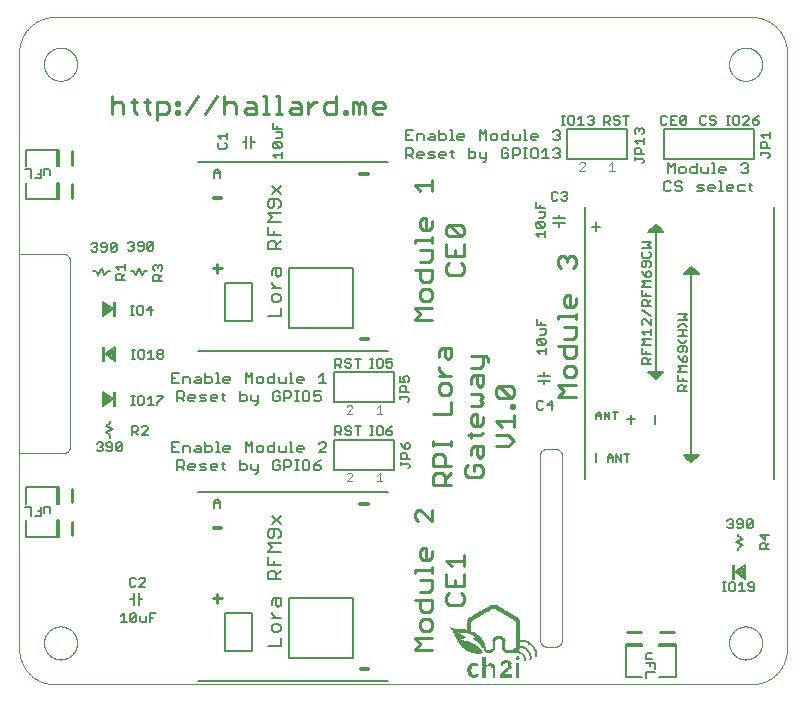
<source format=gto>
G75*
%MOIN*%
%OFA0B0*%
%FSLAX25Y25*%
%IPPOS*%
%LPD*%
%AMOC8*
5,1,8,0,0,1.08239X$1,22.5*
%
%ADD10C,0.00000*%
%ADD11C,0.01100*%
%ADD12C,0.00800*%
%ADD13C,0.00600*%
%ADD14C,0.00500*%
%ADD15C,0.00700*%
%ADD16C,0.01300*%
%ADD17C,0.01400*%
%ADD18C,0.00787*%
%ADD19C,0.00300*%
%ADD20C,0.01000*%
%ADD21R,0.01250X0.00250*%
%ADD22R,0.00990X0.00250*%
%ADD23R,0.03750X0.00250*%
%ADD24R,0.01000X0.00250*%
%ADD25R,0.02500X0.00250*%
%ADD26R,0.03000X0.00250*%
%ADD27R,0.01500X0.00250*%
%ADD28R,0.00510X0.00250*%
%ADD29R,0.01740X0.00250*%
%ADD30R,0.01010X0.00250*%
%ADD31R,0.01490X0.00250*%
%ADD32R,0.01510X0.00250*%
%ADD33R,0.01260X0.00250*%
%ADD34R,0.01240X0.00250*%
%ADD35R,0.04250X0.00250*%
%ADD36R,0.00490X0.00250*%
%ADD37R,0.02750X0.00250*%
%ADD38R,0.01990X0.00250*%
%ADD39R,0.01750X0.00250*%
%ADD40R,0.03500X0.00250*%
%ADD41R,0.02510X0.00250*%
%ADD42R,0.00500X0.00250*%
%ADD43R,0.00750X0.00250*%
%ADD44R,0.00740X0.00250*%
%ADD45R,0.02240X0.00250*%
%ADD46R,0.02250X0.00250*%
%ADD47R,0.05260X0.00250*%
%ADD48R,0.04750X0.00250*%
%ADD49R,0.02990X0.00250*%
%ADD50R,0.05240X0.00250*%
%ADD51R,0.03240X0.00250*%
%ADD52R,0.05010X0.00250*%
%ADD53R,0.05250X0.00250*%
%ADD54R,0.03490X0.00250*%
%ADD55R,0.00760X0.00250*%
%ADD56R,0.02260X0.00250*%
%ADD57R,0.05510X0.00250*%
%ADD58R,0.01760X0.00250*%
%ADD59R,0.05500X0.00250*%
%ADD60R,0.02490X0.00250*%
%ADD61R,0.05000X0.00250*%
%ADD62R,0.04500X0.00250*%
%ADD63R,0.04010X0.00250*%
%ADD64R,0.02000X0.00250*%
%ADD65R,0.03010X0.00250*%
%ADD66R,0.03740X0.00250*%
%ADD67R,0.03250X0.00250*%
%ADD68R,0.02740X0.00250*%
%ADD69R,0.03990X0.00250*%
%ADD70R,0.02010X0.00250*%
%ADD71R,0.04760X0.00250*%
%ADD72R,0.06250X0.00250*%
%ADD73R,0.04490X0.00250*%
%ADD74R,0.00260X0.00250*%
%ADD75R,0.02760X0.00250*%
%ADD76R,0.05990X0.00250*%
%ADD77R,0.04510X0.00250*%
D10*
X0067595Y0040744D02*
X0067595Y0239563D01*
X0067598Y0239848D01*
X0067609Y0240134D01*
X0067626Y0240419D01*
X0067650Y0240703D01*
X0067681Y0240987D01*
X0067719Y0241270D01*
X0067764Y0241551D01*
X0067815Y0241832D01*
X0067873Y0242112D01*
X0067938Y0242390D01*
X0068010Y0242666D01*
X0068088Y0242940D01*
X0068173Y0243213D01*
X0068265Y0243483D01*
X0068363Y0243751D01*
X0068467Y0244017D01*
X0068578Y0244280D01*
X0068695Y0244540D01*
X0068818Y0244798D01*
X0068948Y0245052D01*
X0069084Y0245303D01*
X0069225Y0245551D01*
X0069373Y0245795D01*
X0069526Y0246036D01*
X0069686Y0246272D01*
X0069851Y0246505D01*
X0070021Y0246734D01*
X0070197Y0246959D01*
X0070379Y0247179D01*
X0070565Y0247395D01*
X0070757Y0247606D01*
X0070954Y0247813D01*
X0071156Y0248015D01*
X0071363Y0248212D01*
X0071574Y0248404D01*
X0071790Y0248590D01*
X0072010Y0248772D01*
X0072235Y0248948D01*
X0072464Y0249118D01*
X0072697Y0249283D01*
X0072933Y0249443D01*
X0073174Y0249596D01*
X0073418Y0249744D01*
X0073666Y0249885D01*
X0073917Y0250021D01*
X0074171Y0250151D01*
X0074429Y0250274D01*
X0074689Y0250391D01*
X0074952Y0250502D01*
X0075218Y0250606D01*
X0075486Y0250704D01*
X0075756Y0250796D01*
X0076029Y0250881D01*
X0076303Y0250959D01*
X0076579Y0251031D01*
X0076857Y0251096D01*
X0077137Y0251154D01*
X0077418Y0251205D01*
X0077699Y0251250D01*
X0077982Y0251288D01*
X0078266Y0251319D01*
X0078550Y0251343D01*
X0078835Y0251360D01*
X0079121Y0251371D01*
X0079406Y0251374D01*
X0311690Y0251374D01*
X0311975Y0251371D01*
X0312261Y0251360D01*
X0312546Y0251343D01*
X0312830Y0251319D01*
X0313114Y0251288D01*
X0313397Y0251250D01*
X0313678Y0251205D01*
X0313959Y0251154D01*
X0314239Y0251096D01*
X0314517Y0251031D01*
X0314793Y0250959D01*
X0315067Y0250881D01*
X0315340Y0250796D01*
X0315610Y0250704D01*
X0315878Y0250606D01*
X0316144Y0250502D01*
X0316407Y0250391D01*
X0316667Y0250274D01*
X0316925Y0250151D01*
X0317179Y0250021D01*
X0317430Y0249885D01*
X0317678Y0249744D01*
X0317922Y0249596D01*
X0318163Y0249443D01*
X0318399Y0249283D01*
X0318632Y0249118D01*
X0318861Y0248948D01*
X0319086Y0248772D01*
X0319306Y0248590D01*
X0319522Y0248404D01*
X0319733Y0248212D01*
X0319940Y0248015D01*
X0320142Y0247813D01*
X0320339Y0247606D01*
X0320531Y0247395D01*
X0320717Y0247179D01*
X0320899Y0246959D01*
X0321075Y0246734D01*
X0321245Y0246505D01*
X0321410Y0246272D01*
X0321570Y0246036D01*
X0321723Y0245795D01*
X0321871Y0245551D01*
X0322012Y0245303D01*
X0322148Y0245052D01*
X0322278Y0244798D01*
X0322401Y0244540D01*
X0322518Y0244280D01*
X0322629Y0244017D01*
X0322733Y0243751D01*
X0322831Y0243483D01*
X0322923Y0243213D01*
X0323008Y0242940D01*
X0323086Y0242666D01*
X0323158Y0242390D01*
X0323223Y0242112D01*
X0323281Y0241832D01*
X0323332Y0241551D01*
X0323377Y0241270D01*
X0323415Y0240987D01*
X0323446Y0240703D01*
X0323470Y0240419D01*
X0323487Y0240134D01*
X0323498Y0239848D01*
X0323501Y0239563D01*
X0323501Y0040744D01*
X0323498Y0040459D01*
X0323487Y0040173D01*
X0323470Y0039888D01*
X0323446Y0039604D01*
X0323415Y0039320D01*
X0323377Y0039037D01*
X0323332Y0038756D01*
X0323281Y0038475D01*
X0323223Y0038195D01*
X0323158Y0037917D01*
X0323086Y0037641D01*
X0323008Y0037367D01*
X0322923Y0037094D01*
X0322831Y0036824D01*
X0322733Y0036556D01*
X0322629Y0036290D01*
X0322518Y0036027D01*
X0322401Y0035767D01*
X0322278Y0035509D01*
X0322148Y0035255D01*
X0322012Y0035004D01*
X0321871Y0034756D01*
X0321723Y0034512D01*
X0321570Y0034271D01*
X0321410Y0034035D01*
X0321245Y0033802D01*
X0321075Y0033573D01*
X0320899Y0033348D01*
X0320717Y0033128D01*
X0320531Y0032912D01*
X0320339Y0032701D01*
X0320142Y0032494D01*
X0319940Y0032292D01*
X0319733Y0032095D01*
X0319522Y0031903D01*
X0319306Y0031717D01*
X0319086Y0031535D01*
X0318861Y0031359D01*
X0318632Y0031189D01*
X0318399Y0031024D01*
X0318163Y0030864D01*
X0317922Y0030711D01*
X0317678Y0030563D01*
X0317430Y0030422D01*
X0317179Y0030286D01*
X0316925Y0030156D01*
X0316667Y0030033D01*
X0316407Y0029916D01*
X0316144Y0029805D01*
X0315878Y0029701D01*
X0315610Y0029603D01*
X0315340Y0029511D01*
X0315067Y0029426D01*
X0314793Y0029348D01*
X0314517Y0029276D01*
X0314239Y0029211D01*
X0313959Y0029153D01*
X0313678Y0029102D01*
X0313397Y0029057D01*
X0313114Y0029019D01*
X0312830Y0028988D01*
X0312546Y0028964D01*
X0312261Y0028947D01*
X0311975Y0028936D01*
X0311690Y0028933D01*
X0079406Y0028933D01*
X0079121Y0028936D01*
X0078835Y0028947D01*
X0078550Y0028964D01*
X0078266Y0028988D01*
X0077982Y0029019D01*
X0077699Y0029057D01*
X0077418Y0029102D01*
X0077137Y0029153D01*
X0076857Y0029211D01*
X0076579Y0029276D01*
X0076303Y0029348D01*
X0076029Y0029426D01*
X0075756Y0029511D01*
X0075486Y0029603D01*
X0075218Y0029701D01*
X0074952Y0029805D01*
X0074689Y0029916D01*
X0074429Y0030033D01*
X0074171Y0030156D01*
X0073917Y0030286D01*
X0073666Y0030422D01*
X0073418Y0030563D01*
X0073174Y0030711D01*
X0072933Y0030864D01*
X0072697Y0031024D01*
X0072464Y0031189D01*
X0072235Y0031359D01*
X0072010Y0031535D01*
X0071790Y0031717D01*
X0071574Y0031903D01*
X0071363Y0032095D01*
X0071156Y0032292D01*
X0070954Y0032494D01*
X0070757Y0032701D01*
X0070565Y0032912D01*
X0070379Y0033128D01*
X0070197Y0033348D01*
X0070021Y0033573D01*
X0069851Y0033802D01*
X0069686Y0034035D01*
X0069526Y0034271D01*
X0069373Y0034512D01*
X0069225Y0034756D01*
X0069084Y0035004D01*
X0068948Y0035255D01*
X0068818Y0035509D01*
X0068695Y0035767D01*
X0068578Y0036027D01*
X0068467Y0036290D01*
X0068363Y0036556D01*
X0068265Y0036824D01*
X0068173Y0037094D01*
X0068088Y0037367D01*
X0068010Y0037641D01*
X0067938Y0037917D01*
X0067873Y0038195D01*
X0067815Y0038475D01*
X0067764Y0038756D01*
X0067719Y0039037D01*
X0067681Y0039320D01*
X0067650Y0039604D01*
X0067626Y0039888D01*
X0067609Y0040173D01*
X0067598Y0040459D01*
X0067595Y0040744D01*
X0075863Y0042713D02*
X0075865Y0042861D01*
X0075871Y0043009D01*
X0075881Y0043157D01*
X0075895Y0043304D01*
X0075913Y0043451D01*
X0075934Y0043597D01*
X0075960Y0043743D01*
X0075990Y0043888D01*
X0076023Y0044032D01*
X0076061Y0044175D01*
X0076102Y0044317D01*
X0076147Y0044458D01*
X0076195Y0044598D01*
X0076248Y0044737D01*
X0076304Y0044874D01*
X0076364Y0045009D01*
X0076427Y0045143D01*
X0076494Y0045275D01*
X0076565Y0045405D01*
X0076639Y0045533D01*
X0076716Y0045659D01*
X0076797Y0045783D01*
X0076881Y0045905D01*
X0076968Y0046024D01*
X0077059Y0046141D01*
X0077153Y0046256D01*
X0077249Y0046368D01*
X0077349Y0046478D01*
X0077451Y0046584D01*
X0077557Y0046688D01*
X0077665Y0046789D01*
X0077776Y0046887D01*
X0077889Y0046983D01*
X0078005Y0047075D01*
X0078123Y0047164D01*
X0078244Y0047249D01*
X0078367Y0047332D01*
X0078492Y0047411D01*
X0078619Y0047487D01*
X0078748Y0047559D01*
X0078879Y0047628D01*
X0079012Y0047693D01*
X0079147Y0047754D01*
X0079283Y0047812D01*
X0079420Y0047867D01*
X0079559Y0047917D01*
X0079700Y0047964D01*
X0079841Y0048007D01*
X0079984Y0048047D01*
X0080128Y0048082D01*
X0080272Y0048114D01*
X0080418Y0048141D01*
X0080564Y0048165D01*
X0080711Y0048185D01*
X0080858Y0048201D01*
X0081005Y0048213D01*
X0081153Y0048221D01*
X0081301Y0048225D01*
X0081449Y0048225D01*
X0081597Y0048221D01*
X0081745Y0048213D01*
X0081892Y0048201D01*
X0082039Y0048185D01*
X0082186Y0048165D01*
X0082332Y0048141D01*
X0082478Y0048114D01*
X0082622Y0048082D01*
X0082766Y0048047D01*
X0082909Y0048007D01*
X0083050Y0047964D01*
X0083191Y0047917D01*
X0083330Y0047867D01*
X0083467Y0047812D01*
X0083603Y0047754D01*
X0083738Y0047693D01*
X0083871Y0047628D01*
X0084002Y0047559D01*
X0084131Y0047487D01*
X0084258Y0047411D01*
X0084383Y0047332D01*
X0084506Y0047249D01*
X0084627Y0047164D01*
X0084745Y0047075D01*
X0084861Y0046983D01*
X0084974Y0046887D01*
X0085085Y0046789D01*
X0085193Y0046688D01*
X0085299Y0046584D01*
X0085401Y0046478D01*
X0085501Y0046368D01*
X0085597Y0046256D01*
X0085691Y0046141D01*
X0085782Y0046024D01*
X0085869Y0045905D01*
X0085953Y0045783D01*
X0086034Y0045659D01*
X0086111Y0045533D01*
X0086185Y0045405D01*
X0086256Y0045275D01*
X0086323Y0045143D01*
X0086386Y0045009D01*
X0086446Y0044874D01*
X0086502Y0044737D01*
X0086555Y0044598D01*
X0086603Y0044458D01*
X0086648Y0044317D01*
X0086689Y0044175D01*
X0086727Y0044032D01*
X0086760Y0043888D01*
X0086790Y0043743D01*
X0086816Y0043597D01*
X0086837Y0043451D01*
X0086855Y0043304D01*
X0086869Y0043157D01*
X0086879Y0043009D01*
X0086885Y0042861D01*
X0086887Y0042713D01*
X0086885Y0042565D01*
X0086879Y0042417D01*
X0086869Y0042269D01*
X0086855Y0042122D01*
X0086837Y0041975D01*
X0086816Y0041829D01*
X0086790Y0041683D01*
X0086760Y0041538D01*
X0086727Y0041394D01*
X0086689Y0041251D01*
X0086648Y0041109D01*
X0086603Y0040968D01*
X0086555Y0040828D01*
X0086502Y0040689D01*
X0086446Y0040552D01*
X0086386Y0040417D01*
X0086323Y0040283D01*
X0086256Y0040151D01*
X0086185Y0040021D01*
X0086111Y0039893D01*
X0086034Y0039767D01*
X0085953Y0039643D01*
X0085869Y0039521D01*
X0085782Y0039402D01*
X0085691Y0039285D01*
X0085597Y0039170D01*
X0085501Y0039058D01*
X0085401Y0038948D01*
X0085299Y0038842D01*
X0085193Y0038738D01*
X0085085Y0038637D01*
X0084974Y0038539D01*
X0084861Y0038443D01*
X0084745Y0038351D01*
X0084627Y0038262D01*
X0084506Y0038177D01*
X0084383Y0038094D01*
X0084258Y0038015D01*
X0084131Y0037939D01*
X0084002Y0037867D01*
X0083871Y0037798D01*
X0083738Y0037733D01*
X0083603Y0037672D01*
X0083467Y0037614D01*
X0083330Y0037559D01*
X0083191Y0037509D01*
X0083050Y0037462D01*
X0082909Y0037419D01*
X0082766Y0037379D01*
X0082622Y0037344D01*
X0082478Y0037312D01*
X0082332Y0037285D01*
X0082186Y0037261D01*
X0082039Y0037241D01*
X0081892Y0037225D01*
X0081745Y0037213D01*
X0081597Y0037205D01*
X0081449Y0037201D01*
X0081301Y0037201D01*
X0081153Y0037205D01*
X0081005Y0037213D01*
X0080858Y0037225D01*
X0080711Y0037241D01*
X0080564Y0037261D01*
X0080418Y0037285D01*
X0080272Y0037312D01*
X0080128Y0037344D01*
X0079984Y0037379D01*
X0079841Y0037419D01*
X0079700Y0037462D01*
X0079559Y0037509D01*
X0079420Y0037559D01*
X0079283Y0037614D01*
X0079147Y0037672D01*
X0079012Y0037733D01*
X0078879Y0037798D01*
X0078748Y0037867D01*
X0078619Y0037939D01*
X0078492Y0038015D01*
X0078367Y0038094D01*
X0078244Y0038177D01*
X0078123Y0038262D01*
X0078005Y0038351D01*
X0077889Y0038443D01*
X0077776Y0038539D01*
X0077665Y0038637D01*
X0077557Y0038738D01*
X0077451Y0038842D01*
X0077349Y0038948D01*
X0077249Y0039058D01*
X0077153Y0039170D01*
X0077059Y0039285D01*
X0076968Y0039402D01*
X0076881Y0039521D01*
X0076797Y0039643D01*
X0076716Y0039767D01*
X0076639Y0039893D01*
X0076565Y0040021D01*
X0076494Y0040151D01*
X0076427Y0040283D01*
X0076364Y0040417D01*
X0076304Y0040552D01*
X0076248Y0040689D01*
X0076195Y0040828D01*
X0076147Y0040968D01*
X0076102Y0041109D01*
X0076061Y0041251D01*
X0076023Y0041394D01*
X0075990Y0041538D01*
X0075960Y0041683D01*
X0075934Y0041829D01*
X0075913Y0041975D01*
X0075895Y0042122D01*
X0075881Y0042269D01*
X0075871Y0042417D01*
X0075865Y0042565D01*
X0075863Y0042713D01*
X0082095Y0105933D02*
X0067595Y0105933D01*
X0067595Y0106433D01*
X0082095Y0105933D02*
X0082193Y0105935D01*
X0082291Y0105941D01*
X0082389Y0105950D01*
X0082486Y0105964D01*
X0082583Y0105981D01*
X0082679Y0106002D01*
X0082774Y0106027D01*
X0082868Y0106055D01*
X0082960Y0106088D01*
X0083052Y0106123D01*
X0083142Y0106163D01*
X0083230Y0106205D01*
X0083317Y0106252D01*
X0083401Y0106301D01*
X0083484Y0106354D01*
X0083564Y0106410D01*
X0083643Y0106470D01*
X0083719Y0106532D01*
X0083792Y0106597D01*
X0083863Y0106665D01*
X0083931Y0106736D01*
X0083996Y0106809D01*
X0084058Y0106885D01*
X0084118Y0106964D01*
X0084174Y0107044D01*
X0084227Y0107127D01*
X0084276Y0107211D01*
X0084323Y0107298D01*
X0084365Y0107386D01*
X0084405Y0107476D01*
X0084440Y0107568D01*
X0084473Y0107660D01*
X0084501Y0107754D01*
X0084526Y0107849D01*
X0084547Y0107945D01*
X0084564Y0108042D01*
X0084578Y0108139D01*
X0084587Y0108237D01*
X0084593Y0108335D01*
X0084595Y0108433D01*
X0084595Y0169933D01*
X0084593Y0170031D01*
X0084587Y0170129D01*
X0084578Y0170227D01*
X0084564Y0170324D01*
X0084547Y0170421D01*
X0084526Y0170517D01*
X0084501Y0170612D01*
X0084473Y0170706D01*
X0084440Y0170798D01*
X0084405Y0170890D01*
X0084365Y0170980D01*
X0084323Y0171068D01*
X0084276Y0171155D01*
X0084227Y0171239D01*
X0084174Y0171322D01*
X0084118Y0171402D01*
X0084058Y0171481D01*
X0083996Y0171557D01*
X0083931Y0171630D01*
X0083863Y0171701D01*
X0083792Y0171769D01*
X0083719Y0171834D01*
X0083643Y0171896D01*
X0083564Y0171956D01*
X0083484Y0172012D01*
X0083401Y0172065D01*
X0083317Y0172114D01*
X0083230Y0172161D01*
X0083142Y0172203D01*
X0083052Y0172243D01*
X0082960Y0172278D01*
X0082868Y0172311D01*
X0082774Y0172339D01*
X0082679Y0172364D01*
X0082583Y0172385D01*
X0082486Y0172402D01*
X0082389Y0172416D01*
X0082291Y0172425D01*
X0082193Y0172431D01*
X0082095Y0172433D01*
X0067595Y0172433D01*
X0075863Y0235626D02*
X0075865Y0235774D01*
X0075871Y0235922D01*
X0075881Y0236070D01*
X0075895Y0236217D01*
X0075913Y0236364D01*
X0075934Y0236510D01*
X0075960Y0236656D01*
X0075990Y0236801D01*
X0076023Y0236945D01*
X0076061Y0237088D01*
X0076102Y0237230D01*
X0076147Y0237371D01*
X0076195Y0237511D01*
X0076248Y0237650D01*
X0076304Y0237787D01*
X0076364Y0237922D01*
X0076427Y0238056D01*
X0076494Y0238188D01*
X0076565Y0238318D01*
X0076639Y0238446D01*
X0076716Y0238572D01*
X0076797Y0238696D01*
X0076881Y0238818D01*
X0076968Y0238937D01*
X0077059Y0239054D01*
X0077153Y0239169D01*
X0077249Y0239281D01*
X0077349Y0239391D01*
X0077451Y0239497D01*
X0077557Y0239601D01*
X0077665Y0239702D01*
X0077776Y0239800D01*
X0077889Y0239896D01*
X0078005Y0239988D01*
X0078123Y0240077D01*
X0078244Y0240162D01*
X0078367Y0240245D01*
X0078492Y0240324D01*
X0078619Y0240400D01*
X0078748Y0240472D01*
X0078879Y0240541D01*
X0079012Y0240606D01*
X0079147Y0240667D01*
X0079283Y0240725D01*
X0079420Y0240780D01*
X0079559Y0240830D01*
X0079700Y0240877D01*
X0079841Y0240920D01*
X0079984Y0240960D01*
X0080128Y0240995D01*
X0080272Y0241027D01*
X0080418Y0241054D01*
X0080564Y0241078D01*
X0080711Y0241098D01*
X0080858Y0241114D01*
X0081005Y0241126D01*
X0081153Y0241134D01*
X0081301Y0241138D01*
X0081449Y0241138D01*
X0081597Y0241134D01*
X0081745Y0241126D01*
X0081892Y0241114D01*
X0082039Y0241098D01*
X0082186Y0241078D01*
X0082332Y0241054D01*
X0082478Y0241027D01*
X0082622Y0240995D01*
X0082766Y0240960D01*
X0082909Y0240920D01*
X0083050Y0240877D01*
X0083191Y0240830D01*
X0083330Y0240780D01*
X0083467Y0240725D01*
X0083603Y0240667D01*
X0083738Y0240606D01*
X0083871Y0240541D01*
X0084002Y0240472D01*
X0084131Y0240400D01*
X0084258Y0240324D01*
X0084383Y0240245D01*
X0084506Y0240162D01*
X0084627Y0240077D01*
X0084745Y0239988D01*
X0084861Y0239896D01*
X0084974Y0239800D01*
X0085085Y0239702D01*
X0085193Y0239601D01*
X0085299Y0239497D01*
X0085401Y0239391D01*
X0085501Y0239281D01*
X0085597Y0239169D01*
X0085691Y0239054D01*
X0085782Y0238937D01*
X0085869Y0238818D01*
X0085953Y0238696D01*
X0086034Y0238572D01*
X0086111Y0238446D01*
X0086185Y0238318D01*
X0086256Y0238188D01*
X0086323Y0238056D01*
X0086386Y0237922D01*
X0086446Y0237787D01*
X0086502Y0237650D01*
X0086555Y0237511D01*
X0086603Y0237371D01*
X0086648Y0237230D01*
X0086689Y0237088D01*
X0086727Y0236945D01*
X0086760Y0236801D01*
X0086790Y0236656D01*
X0086816Y0236510D01*
X0086837Y0236364D01*
X0086855Y0236217D01*
X0086869Y0236070D01*
X0086879Y0235922D01*
X0086885Y0235774D01*
X0086887Y0235626D01*
X0086885Y0235478D01*
X0086879Y0235330D01*
X0086869Y0235182D01*
X0086855Y0235035D01*
X0086837Y0234888D01*
X0086816Y0234742D01*
X0086790Y0234596D01*
X0086760Y0234451D01*
X0086727Y0234307D01*
X0086689Y0234164D01*
X0086648Y0234022D01*
X0086603Y0233881D01*
X0086555Y0233741D01*
X0086502Y0233602D01*
X0086446Y0233465D01*
X0086386Y0233330D01*
X0086323Y0233196D01*
X0086256Y0233064D01*
X0086185Y0232934D01*
X0086111Y0232806D01*
X0086034Y0232680D01*
X0085953Y0232556D01*
X0085869Y0232434D01*
X0085782Y0232315D01*
X0085691Y0232198D01*
X0085597Y0232083D01*
X0085501Y0231971D01*
X0085401Y0231861D01*
X0085299Y0231755D01*
X0085193Y0231651D01*
X0085085Y0231550D01*
X0084974Y0231452D01*
X0084861Y0231356D01*
X0084745Y0231264D01*
X0084627Y0231175D01*
X0084506Y0231090D01*
X0084383Y0231007D01*
X0084258Y0230928D01*
X0084131Y0230852D01*
X0084002Y0230780D01*
X0083871Y0230711D01*
X0083738Y0230646D01*
X0083603Y0230585D01*
X0083467Y0230527D01*
X0083330Y0230472D01*
X0083191Y0230422D01*
X0083050Y0230375D01*
X0082909Y0230332D01*
X0082766Y0230292D01*
X0082622Y0230257D01*
X0082478Y0230225D01*
X0082332Y0230198D01*
X0082186Y0230174D01*
X0082039Y0230154D01*
X0081892Y0230138D01*
X0081745Y0230126D01*
X0081597Y0230118D01*
X0081449Y0230114D01*
X0081301Y0230114D01*
X0081153Y0230118D01*
X0081005Y0230126D01*
X0080858Y0230138D01*
X0080711Y0230154D01*
X0080564Y0230174D01*
X0080418Y0230198D01*
X0080272Y0230225D01*
X0080128Y0230257D01*
X0079984Y0230292D01*
X0079841Y0230332D01*
X0079700Y0230375D01*
X0079559Y0230422D01*
X0079420Y0230472D01*
X0079283Y0230527D01*
X0079147Y0230585D01*
X0079012Y0230646D01*
X0078879Y0230711D01*
X0078748Y0230780D01*
X0078619Y0230852D01*
X0078492Y0230928D01*
X0078367Y0231007D01*
X0078244Y0231090D01*
X0078123Y0231175D01*
X0078005Y0231264D01*
X0077889Y0231356D01*
X0077776Y0231452D01*
X0077665Y0231550D01*
X0077557Y0231651D01*
X0077451Y0231755D01*
X0077349Y0231861D01*
X0077249Y0231971D01*
X0077153Y0232083D01*
X0077059Y0232198D01*
X0076968Y0232315D01*
X0076881Y0232434D01*
X0076797Y0232556D01*
X0076716Y0232680D01*
X0076639Y0232806D01*
X0076565Y0232934D01*
X0076494Y0233064D01*
X0076427Y0233196D01*
X0076364Y0233330D01*
X0076304Y0233465D01*
X0076248Y0233602D01*
X0076195Y0233741D01*
X0076147Y0233881D01*
X0076102Y0234022D01*
X0076061Y0234164D01*
X0076023Y0234307D01*
X0075990Y0234451D01*
X0075960Y0234596D01*
X0075934Y0234742D01*
X0075913Y0234888D01*
X0075895Y0235035D01*
X0075881Y0235182D01*
X0075871Y0235330D01*
X0075865Y0235478D01*
X0075863Y0235626D01*
X0241095Y0104933D02*
X0241095Y0043933D01*
X0241097Y0043835D01*
X0241103Y0043737D01*
X0241112Y0043639D01*
X0241126Y0043542D01*
X0241143Y0043445D01*
X0241164Y0043349D01*
X0241189Y0043254D01*
X0241217Y0043160D01*
X0241250Y0043068D01*
X0241285Y0042976D01*
X0241325Y0042886D01*
X0241367Y0042798D01*
X0241414Y0042711D01*
X0241463Y0042627D01*
X0241516Y0042544D01*
X0241572Y0042464D01*
X0241632Y0042385D01*
X0241694Y0042309D01*
X0241759Y0042236D01*
X0241827Y0042165D01*
X0241898Y0042097D01*
X0241971Y0042032D01*
X0242047Y0041970D01*
X0242126Y0041910D01*
X0242206Y0041854D01*
X0242289Y0041801D01*
X0242373Y0041752D01*
X0242460Y0041705D01*
X0242548Y0041663D01*
X0242638Y0041623D01*
X0242730Y0041588D01*
X0242822Y0041555D01*
X0242916Y0041527D01*
X0243011Y0041502D01*
X0243107Y0041481D01*
X0243204Y0041464D01*
X0243301Y0041450D01*
X0243399Y0041441D01*
X0243497Y0041435D01*
X0243595Y0041433D01*
X0246095Y0041433D01*
X0246193Y0041435D01*
X0246291Y0041441D01*
X0246389Y0041450D01*
X0246486Y0041464D01*
X0246583Y0041481D01*
X0246679Y0041502D01*
X0246774Y0041527D01*
X0246868Y0041555D01*
X0246960Y0041588D01*
X0247052Y0041623D01*
X0247142Y0041663D01*
X0247230Y0041705D01*
X0247317Y0041752D01*
X0247401Y0041801D01*
X0247484Y0041854D01*
X0247564Y0041910D01*
X0247643Y0041970D01*
X0247719Y0042032D01*
X0247792Y0042097D01*
X0247863Y0042165D01*
X0247931Y0042236D01*
X0247996Y0042309D01*
X0248058Y0042385D01*
X0248118Y0042464D01*
X0248174Y0042544D01*
X0248227Y0042627D01*
X0248276Y0042711D01*
X0248323Y0042798D01*
X0248365Y0042886D01*
X0248405Y0042976D01*
X0248440Y0043068D01*
X0248473Y0043160D01*
X0248501Y0043254D01*
X0248526Y0043349D01*
X0248547Y0043445D01*
X0248564Y0043542D01*
X0248578Y0043639D01*
X0248587Y0043737D01*
X0248593Y0043835D01*
X0248595Y0043933D01*
X0248595Y0104933D01*
X0248593Y0105031D01*
X0248587Y0105129D01*
X0248578Y0105227D01*
X0248564Y0105324D01*
X0248547Y0105421D01*
X0248526Y0105517D01*
X0248501Y0105612D01*
X0248473Y0105706D01*
X0248440Y0105798D01*
X0248405Y0105890D01*
X0248365Y0105980D01*
X0248323Y0106068D01*
X0248276Y0106155D01*
X0248227Y0106239D01*
X0248174Y0106322D01*
X0248118Y0106402D01*
X0248058Y0106481D01*
X0247996Y0106557D01*
X0247931Y0106630D01*
X0247863Y0106701D01*
X0247792Y0106769D01*
X0247719Y0106834D01*
X0247643Y0106896D01*
X0247564Y0106956D01*
X0247484Y0107012D01*
X0247401Y0107065D01*
X0247317Y0107114D01*
X0247230Y0107161D01*
X0247142Y0107203D01*
X0247052Y0107243D01*
X0246960Y0107278D01*
X0246868Y0107311D01*
X0246774Y0107339D01*
X0246679Y0107364D01*
X0246583Y0107385D01*
X0246486Y0107402D01*
X0246389Y0107416D01*
X0246291Y0107425D01*
X0246193Y0107431D01*
X0246095Y0107433D01*
X0243595Y0107433D01*
X0243497Y0107431D01*
X0243399Y0107425D01*
X0243301Y0107416D01*
X0243204Y0107402D01*
X0243107Y0107385D01*
X0243011Y0107364D01*
X0242916Y0107339D01*
X0242822Y0107311D01*
X0242730Y0107278D01*
X0242638Y0107243D01*
X0242548Y0107203D01*
X0242460Y0107161D01*
X0242373Y0107114D01*
X0242289Y0107065D01*
X0242206Y0107012D01*
X0242126Y0106956D01*
X0242047Y0106896D01*
X0241971Y0106834D01*
X0241898Y0106769D01*
X0241827Y0106701D01*
X0241759Y0106630D01*
X0241694Y0106557D01*
X0241632Y0106481D01*
X0241572Y0106402D01*
X0241516Y0106322D01*
X0241463Y0106239D01*
X0241414Y0106155D01*
X0241367Y0106068D01*
X0241325Y0105980D01*
X0241285Y0105890D01*
X0241250Y0105798D01*
X0241217Y0105706D01*
X0241189Y0105612D01*
X0241164Y0105517D01*
X0241143Y0105421D01*
X0241126Y0105324D01*
X0241112Y0105227D01*
X0241103Y0105129D01*
X0241097Y0105031D01*
X0241095Y0104933D01*
X0304209Y0042713D02*
X0304211Y0042861D01*
X0304217Y0043009D01*
X0304227Y0043157D01*
X0304241Y0043304D01*
X0304259Y0043451D01*
X0304280Y0043597D01*
X0304306Y0043743D01*
X0304336Y0043888D01*
X0304369Y0044032D01*
X0304407Y0044175D01*
X0304448Y0044317D01*
X0304493Y0044458D01*
X0304541Y0044598D01*
X0304594Y0044737D01*
X0304650Y0044874D01*
X0304710Y0045009D01*
X0304773Y0045143D01*
X0304840Y0045275D01*
X0304911Y0045405D01*
X0304985Y0045533D01*
X0305062Y0045659D01*
X0305143Y0045783D01*
X0305227Y0045905D01*
X0305314Y0046024D01*
X0305405Y0046141D01*
X0305499Y0046256D01*
X0305595Y0046368D01*
X0305695Y0046478D01*
X0305797Y0046584D01*
X0305903Y0046688D01*
X0306011Y0046789D01*
X0306122Y0046887D01*
X0306235Y0046983D01*
X0306351Y0047075D01*
X0306469Y0047164D01*
X0306590Y0047249D01*
X0306713Y0047332D01*
X0306838Y0047411D01*
X0306965Y0047487D01*
X0307094Y0047559D01*
X0307225Y0047628D01*
X0307358Y0047693D01*
X0307493Y0047754D01*
X0307629Y0047812D01*
X0307766Y0047867D01*
X0307905Y0047917D01*
X0308046Y0047964D01*
X0308187Y0048007D01*
X0308330Y0048047D01*
X0308474Y0048082D01*
X0308618Y0048114D01*
X0308764Y0048141D01*
X0308910Y0048165D01*
X0309057Y0048185D01*
X0309204Y0048201D01*
X0309351Y0048213D01*
X0309499Y0048221D01*
X0309647Y0048225D01*
X0309795Y0048225D01*
X0309943Y0048221D01*
X0310091Y0048213D01*
X0310238Y0048201D01*
X0310385Y0048185D01*
X0310532Y0048165D01*
X0310678Y0048141D01*
X0310824Y0048114D01*
X0310968Y0048082D01*
X0311112Y0048047D01*
X0311255Y0048007D01*
X0311396Y0047964D01*
X0311537Y0047917D01*
X0311676Y0047867D01*
X0311813Y0047812D01*
X0311949Y0047754D01*
X0312084Y0047693D01*
X0312217Y0047628D01*
X0312348Y0047559D01*
X0312477Y0047487D01*
X0312604Y0047411D01*
X0312729Y0047332D01*
X0312852Y0047249D01*
X0312973Y0047164D01*
X0313091Y0047075D01*
X0313207Y0046983D01*
X0313320Y0046887D01*
X0313431Y0046789D01*
X0313539Y0046688D01*
X0313645Y0046584D01*
X0313747Y0046478D01*
X0313847Y0046368D01*
X0313943Y0046256D01*
X0314037Y0046141D01*
X0314128Y0046024D01*
X0314215Y0045905D01*
X0314299Y0045783D01*
X0314380Y0045659D01*
X0314457Y0045533D01*
X0314531Y0045405D01*
X0314602Y0045275D01*
X0314669Y0045143D01*
X0314732Y0045009D01*
X0314792Y0044874D01*
X0314848Y0044737D01*
X0314901Y0044598D01*
X0314949Y0044458D01*
X0314994Y0044317D01*
X0315035Y0044175D01*
X0315073Y0044032D01*
X0315106Y0043888D01*
X0315136Y0043743D01*
X0315162Y0043597D01*
X0315183Y0043451D01*
X0315201Y0043304D01*
X0315215Y0043157D01*
X0315225Y0043009D01*
X0315231Y0042861D01*
X0315233Y0042713D01*
X0315231Y0042565D01*
X0315225Y0042417D01*
X0315215Y0042269D01*
X0315201Y0042122D01*
X0315183Y0041975D01*
X0315162Y0041829D01*
X0315136Y0041683D01*
X0315106Y0041538D01*
X0315073Y0041394D01*
X0315035Y0041251D01*
X0314994Y0041109D01*
X0314949Y0040968D01*
X0314901Y0040828D01*
X0314848Y0040689D01*
X0314792Y0040552D01*
X0314732Y0040417D01*
X0314669Y0040283D01*
X0314602Y0040151D01*
X0314531Y0040021D01*
X0314457Y0039893D01*
X0314380Y0039767D01*
X0314299Y0039643D01*
X0314215Y0039521D01*
X0314128Y0039402D01*
X0314037Y0039285D01*
X0313943Y0039170D01*
X0313847Y0039058D01*
X0313747Y0038948D01*
X0313645Y0038842D01*
X0313539Y0038738D01*
X0313431Y0038637D01*
X0313320Y0038539D01*
X0313207Y0038443D01*
X0313091Y0038351D01*
X0312973Y0038262D01*
X0312852Y0038177D01*
X0312729Y0038094D01*
X0312604Y0038015D01*
X0312477Y0037939D01*
X0312348Y0037867D01*
X0312217Y0037798D01*
X0312084Y0037733D01*
X0311949Y0037672D01*
X0311813Y0037614D01*
X0311676Y0037559D01*
X0311537Y0037509D01*
X0311396Y0037462D01*
X0311255Y0037419D01*
X0311112Y0037379D01*
X0310968Y0037344D01*
X0310824Y0037312D01*
X0310678Y0037285D01*
X0310532Y0037261D01*
X0310385Y0037241D01*
X0310238Y0037225D01*
X0310091Y0037213D01*
X0309943Y0037205D01*
X0309795Y0037201D01*
X0309647Y0037201D01*
X0309499Y0037205D01*
X0309351Y0037213D01*
X0309204Y0037225D01*
X0309057Y0037241D01*
X0308910Y0037261D01*
X0308764Y0037285D01*
X0308618Y0037312D01*
X0308474Y0037344D01*
X0308330Y0037379D01*
X0308187Y0037419D01*
X0308046Y0037462D01*
X0307905Y0037509D01*
X0307766Y0037559D01*
X0307629Y0037614D01*
X0307493Y0037672D01*
X0307358Y0037733D01*
X0307225Y0037798D01*
X0307094Y0037867D01*
X0306965Y0037939D01*
X0306838Y0038015D01*
X0306713Y0038094D01*
X0306590Y0038177D01*
X0306469Y0038262D01*
X0306351Y0038351D01*
X0306235Y0038443D01*
X0306122Y0038539D01*
X0306011Y0038637D01*
X0305903Y0038738D01*
X0305797Y0038842D01*
X0305695Y0038948D01*
X0305595Y0039058D01*
X0305499Y0039170D01*
X0305405Y0039285D01*
X0305314Y0039402D01*
X0305227Y0039521D01*
X0305143Y0039643D01*
X0305062Y0039767D01*
X0304985Y0039893D01*
X0304911Y0040021D01*
X0304840Y0040151D01*
X0304773Y0040283D01*
X0304710Y0040417D01*
X0304650Y0040552D01*
X0304594Y0040689D01*
X0304541Y0040828D01*
X0304493Y0040968D01*
X0304448Y0041109D01*
X0304407Y0041251D01*
X0304369Y0041394D01*
X0304336Y0041538D01*
X0304306Y0041683D01*
X0304280Y0041829D01*
X0304259Y0041975D01*
X0304241Y0042122D01*
X0304227Y0042269D01*
X0304217Y0042417D01*
X0304211Y0042565D01*
X0304209Y0042713D01*
X0304209Y0235626D02*
X0304211Y0235774D01*
X0304217Y0235922D01*
X0304227Y0236070D01*
X0304241Y0236217D01*
X0304259Y0236364D01*
X0304280Y0236510D01*
X0304306Y0236656D01*
X0304336Y0236801D01*
X0304369Y0236945D01*
X0304407Y0237088D01*
X0304448Y0237230D01*
X0304493Y0237371D01*
X0304541Y0237511D01*
X0304594Y0237650D01*
X0304650Y0237787D01*
X0304710Y0237922D01*
X0304773Y0238056D01*
X0304840Y0238188D01*
X0304911Y0238318D01*
X0304985Y0238446D01*
X0305062Y0238572D01*
X0305143Y0238696D01*
X0305227Y0238818D01*
X0305314Y0238937D01*
X0305405Y0239054D01*
X0305499Y0239169D01*
X0305595Y0239281D01*
X0305695Y0239391D01*
X0305797Y0239497D01*
X0305903Y0239601D01*
X0306011Y0239702D01*
X0306122Y0239800D01*
X0306235Y0239896D01*
X0306351Y0239988D01*
X0306469Y0240077D01*
X0306590Y0240162D01*
X0306713Y0240245D01*
X0306838Y0240324D01*
X0306965Y0240400D01*
X0307094Y0240472D01*
X0307225Y0240541D01*
X0307358Y0240606D01*
X0307493Y0240667D01*
X0307629Y0240725D01*
X0307766Y0240780D01*
X0307905Y0240830D01*
X0308046Y0240877D01*
X0308187Y0240920D01*
X0308330Y0240960D01*
X0308474Y0240995D01*
X0308618Y0241027D01*
X0308764Y0241054D01*
X0308910Y0241078D01*
X0309057Y0241098D01*
X0309204Y0241114D01*
X0309351Y0241126D01*
X0309499Y0241134D01*
X0309647Y0241138D01*
X0309795Y0241138D01*
X0309943Y0241134D01*
X0310091Y0241126D01*
X0310238Y0241114D01*
X0310385Y0241098D01*
X0310532Y0241078D01*
X0310678Y0241054D01*
X0310824Y0241027D01*
X0310968Y0240995D01*
X0311112Y0240960D01*
X0311255Y0240920D01*
X0311396Y0240877D01*
X0311537Y0240830D01*
X0311676Y0240780D01*
X0311813Y0240725D01*
X0311949Y0240667D01*
X0312084Y0240606D01*
X0312217Y0240541D01*
X0312348Y0240472D01*
X0312477Y0240400D01*
X0312604Y0240324D01*
X0312729Y0240245D01*
X0312852Y0240162D01*
X0312973Y0240077D01*
X0313091Y0239988D01*
X0313207Y0239896D01*
X0313320Y0239800D01*
X0313431Y0239702D01*
X0313539Y0239601D01*
X0313645Y0239497D01*
X0313747Y0239391D01*
X0313847Y0239281D01*
X0313943Y0239169D01*
X0314037Y0239054D01*
X0314128Y0238937D01*
X0314215Y0238818D01*
X0314299Y0238696D01*
X0314380Y0238572D01*
X0314457Y0238446D01*
X0314531Y0238318D01*
X0314602Y0238188D01*
X0314669Y0238056D01*
X0314732Y0237922D01*
X0314792Y0237787D01*
X0314848Y0237650D01*
X0314901Y0237511D01*
X0314949Y0237371D01*
X0314994Y0237230D01*
X0315035Y0237088D01*
X0315073Y0236945D01*
X0315106Y0236801D01*
X0315136Y0236656D01*
X0315162Y0236510D01*
X0315183Y0236364D01*
X0315201Y0236217D01*
X0315215Y0236070D01*
X0315225Y0235922D01*
X0315231Y0235774D01*
X0315233Y0235626D01*
X0315231Y0235478D01*
X0315225Y0235330D01*
X0315215Y0235182D01*
X0315201Y0235035D01*
X0315183Y0234888D01*
X0315162Y0234742D01*
X0315136Y0234596D01*
X0315106Y0234451D01*
X0315073Y0234307D01*
X0315035Y0234164D01*
X0314994Y0234022D01*
X0314949Y0233881D01*
X0314901Y0233741D01*
X0314848Y0233602D01*
X0314792Y0233465D01*
X0314732Y0233330D01*
X0314669Y0233196D01*
X0314602Y0233064D01*
X0314531Y0232934D01*
X0314457Y0232806D01*
X0314380Y0232680D01*
X0314299Y0232556D01*
X0314215Y0232434D01*
X0314128Y0232315D01*
X0314037Y0232198D01*
X0313943Y0232083D01*
X0313847Y0231971D01*
X0313747Y0231861D01*
X0313645Y0231755D01*
X0313539Y0231651D01*
X0313431Y0231550D01*
X0313320Y0231452D01*
X0313207Y0231356D01*
X0313091Y0231264D01*
X0312973Y0231175D01*
X0312852Y0231090D01*
X0312729Y0231007D01*
X0312604Y0230928D01*
X0312477Y0230852D01*
X0312348Y0230780D01*
X0312217Y0230711D01*
X0312084Y0230646D01*
X0311949Y0230585D01*
X0311813Y0230527D01*
X0311676Y0230472D01*
X0311537Y0230422D01*
X0311396Y0230375D01*
X0311255Y0230332D01*
X0311112Y0230292D01*
X0310968Y0230257D01*
X0310824Y0230225D01*
X0310678Y0230198D01*
X0310532Y0230174D01*
X0310385Y0230154D01*
X0310238Y0230138D01*
X0310091Y0230126D01*
X0309943Y0230118D01*
X0309795Y0230114D01*
X0309647Y0230114D01*
X0309499Y0230118D01*
X0309351Y0230126D01*
X0309204Y0230138D01*
X0309057Y0230154D01*
X0308910Y0230174D01*
X0308764Y0230198D01*
X0308618Y0230225D01*
X0308474Y0230257D01*
X0308330Y0230292D01*
X0308187Y0230332D01*
X0308046Y0230375D01*
X0307905Y0230422D01*
X0307766Y0230472D01*
X0307629Y0230527D01*
X0307493Y0230585D01*
X0307358Y0230646D01*
X0307225Y0230711D01*
X0307094Y0230780D01*
X0306965Y0230852D01*
X0306838Y0230928D01*
X0306713Y0231007D01*
X0306590Y0231090D01*
X0306469Y0231175D01*
X0306351Y0231264D01*
X0306235Y0231356D01*
X0306122Y0231452D01*
X0306011Y0231550D01*
X0305903Y0231651D01*
X0305797Y0231755D01*
X0305695Y0231861D01*
X0305595Y0231971D01*
X0305499Y0232083D01*
X0305405Y0232198D01*
X0305314Y0232315D01*
X0305227Y0232434D01*
X0305143Y0232556D01*
X0305062Y0232680D01*
X0304985Y0232806D01*
X0304911Y0232934D01*
X0304840Y0233064D01*
X0304773Y0233196D01*
X0304710Y0233330D01*
X0304650Y0233465D01*
X0304594Y0233602D01*
X0304541Y0233741D01*
X0304493Y0233881D01*
X0304448Y0234022D01*
X0304407Y0234164D01*
X0304369Y0234307D01*
X0304336Y0234451D01*
X0304306Y0234596D01*
X0304280Y0234742D01*
X0304259Y0234888D01*
X0304241Y0235035D01*
X0304227Y0235182D01*
X0304217Y0235330D01*
X0304211Y0235478D01*
X0304209Y0235626D01*
D11*
X0252061Y0171682D02*
X0253045Y0170698D01*
X0253045Y0168729D01*
X0252061Y0167745D01*
X0250093Y0169714D02*
X0250093Y0170698D01*
X0251077Y0171682D01*
X0252061Y0171682D01*
X0250093Y0170698D02*
X0249108Y0171682D01*
X0248124Y0171682D01*
X0247140Y0170698D01*
X0247140Y0168729D01*
X0248124Y0167745D01*
X0250093Y0158791D02*
X0251077Y0158791D01*
X0251077Y0154854D01*
X0252061Y0154854D02*
X0250093Y0154854D01*
X0249108Y0155838D01*
X0249108Y0157807D01*
X0250093Y0158791D01*
X0253045Y0157807D02*
X0253045Y0155838D01*
X0252061Y0154854D01*
X0253045Y0152526D02*
X0253045Y0150557D01*
X0253045Y0151541D02*
X0247140Y0151541D01*
X0247140Y0150557D01*
X0249108Y0148048D02*
X0253045Y0148048D01*
X0253045Y0145096D01*
X0252061Y0144112D01*
X0249108Y0144112D01*
X0249108Y0141603D02*
X0249108Y0138650D01*
X0250093Y0137666D01*
X0252061Y0137666D01*
X0253045Y0138650D01*
X0253045Y0141603D01*
X0247140Y0141603D01*
X0250093Y0135157D02*
X0249108Y0134173D01*
X0249108Y0132205D01*
X0250093Y0131221D01*
X0252061Y0131221D01*
X0253045Y0132205D01*
X0253045Y0134173D01*
X0252061Y0135157D01*
X0250093Y0135157D01*
X0253045Y0128712D02*
X0247140Y0128712D01*
X0249108Y0126744D01*
X0247140Y0124775D01*
X0253045Y0124775D01*
X0232545Y0125301D02*
X0231561Y0124317D01*
X0227624Y0128254D01*
X0231561Y0128254D01*
X0232545Y0127270D01*
X0232545Y0125301D01*
X0231561Y0124317D02*
X0227624Y0124317D01*
X0226640Y0125301D01*
X0226640Y0127270D01*
X0227624Y0128254D01*
X0222045Y0129061D02*
X0221061Y0128077D01*
X0220077Y0129061D01*
X0220077Y0132014D01*
X0219093Y0132014D02*
X0222045Y0132014D01*
X0222045Y0129061D01*
X0221061Y0125568D02*
X0218108Y0125568D01*
X0221061Y0125568D02*
X0222045Y0124584D01*
X0221061Y0123600D01*
X0222045Y0122616D01*
X0221061Y0121632D01*
X0218108Y0121632D01*
X0219093Y0119123D02*
X0220077Y0119123D01*
X0220077Y0115186D01*
X0221061Y0115186D02*
X0219093Y0115186D01*
X0218108Y0116170D01*
X0218108Y0118139D01*
X0219093Y0119123D01*
X0222045Y0118139D02*
X0222045Y0116170D01*
X0221061Y0115186D01*
X0222045Y0112857D02*
X0221061Y0111873D01*
X0217124Y0111873D01*
X0218108Y0110889D02*
X0218108Y0112857D01*
X0219093Y0108380D02*
X0222045Y0108380D01*
X0222045Y0105428D01*
X0221061Y0104444D01*
X0220077Y0105428D01*
X0220077Y0108380D01*
X0219093Y0108380D02*
X0218108Y0107396D01*
X0218108Y0105428D01*
X0217124Y0101935D02*
X0216140Y0100951D01*
X0216140Y0098982D01*
X0217124Y0097998D01*
X0221061Y0097998D01*
X0222045Y0098982D01*
X0222045Y0100951D01*
X0221061Y0101935D01*
X0219093Y0101935D01*
X0219093Y0099966D01*
X0211545Y0099249D02*
X0209577Y0097281D01*
X0209577Y0098265D02*
X0209577Y0095312D01*
X0211545Y0095312D02*
X0205640Y0095312D01*
X0205640Y0098265D01*
X0206624Y0099249D01*
X0208593Y0099249D01*
X0209577Y0098265D01*
X0209577Y0101758D02*
X0209577Y0104710D01*
X0208593Y0105695D01*
X0206624Y0105695D01*
X0205640Y0104710D01*
X0205640Y0101758D01*
X0211545Y0101758D01*
X0211545Y0108203D02*
X0211545Y0110172D01*
X0211545Y0109188D02*
X0205640Y0109188D01*
X0205640Y0110172D02*
X0205640Y0108203D01*
X0205640Y0118946D02*
X0211545Y0118946D01*
X0211545Y0122883D01*
X0210561Y0125391D02*
X0208593Y0125391D01*
X0207608Y0126376D01*
X0207608Y0128344D01*
X0208593Y0129328D01*
X0210561Y0129328D01*
X0211545Y0128344D01*
X0211545Y0126376D01*
X0210561Y0125391D01*
X0209577Y0131837D02*
X0207608Y0133805D01*
X0207608Y0134789D01*
X0207608Y0131837D02*
X0211545Y0131837D01*
X0210561Y0137208D02*
X0209577Y0138192D01*
X0209577Y0141145D01*
X0208593Y0141145D02*
X0211545Y0141145D01*
X0211545Y0138192D01*
X0210561Y0137208D01*
X0207608Y0138192D02*
X0207608Y0140161D01*
X0208593Y0141145D01*
X0205295Y0150275D02*
X0199390Y0150275D01*
X0201358Y0152244D01*
X0199390Y0154212D01*
X0205295Y0154212D01*
X0204311Y0156721D02*
X0202343Y0156721D01*
X0201358Y0157705D01*
X0201358Y0159673D01*
X0202343Y0160657D01*
X0204311Y0160657D01*
X0205295Y0159673D01*
X0205295Y0157705D01*
X0204311Y0156721D01*
X0204311Y0163166D02*
X0202343Y0163166D01*
X0201358Y0164150D01*
X0201358Y0167103D01*
X0199390Y0167103D02*
X0205295Y0167103D01*
X0205295Y0164150D01*
X0204311Y0163166D01*
X0209890Y0166299D02*
X0210874Y0165315D01*
X0214811Y0165315D01*
X0215795Y0166299D01*
X0215795Y0168267D01*
X0214811Y0169252D01*
X0215795Y0171760D02*
X0215795Y0175697D01*
X0214811Y0178206D02*
X0210874Y0178206D01*
X0209890Y0179190D01*
X0209890Y0181158D01*
X0210874Y0182142D01*
X0214811Y0178206D01*
X0215795Y0179190D01*
X0215795Y0181158D01*
X0214811Y0182142D01*
X0210874Y0182142D01*
X0205295Y0181338D02*
X0204311Y0180354D01*
X0202343Y0180354D01*
X0201358Y0181338D01*
X0201358Y0183307D01*
X0202343Y0184291D01*
X0203327Y0184291D01*
X0203327Y0180354D01*
X0205295Y0181338D02*
X0205295Y0183307D01*
X0205295Y0178026D02*
X0205295Y0176057D01*
X0205295Y0177041D02*
X0199390Y0177041D01*
X0199390Y0176057D01*
X0201358Y0173548D02*
X0205295Y0173548D01*
X0205295Y0170596D01*
X0204311Y0169612D01*
X0201358Y0169612D01*
X0209890Y0168267D02*
X0209890Y0166299D01*
X0209890Y0168267D02*
X0210874Y0169252D01*
X0209890Y0171760D02*
X0215795Y0171760D01*
X0212843Y0171760D02*
X0212843Y0173729D01*
X0209890Y0175697D02*
X0209890Y0171760D01*
X0205295Y0193245D02*
X0205295Y0197182D01*
X0205295Y0195214D02*
X0199390Y0195214D01*
X0201358Y0193245D01*
X0188382Y0218983D02*
X0186414Y0218983D01*
X0185429Y0219967D01*
X0185429Y0221936D01*
X0186414Y0222920D01*
X0188382Y0222920D01*
X0189366Y0221936D01*
X0189366Y0220951D01*
X0185429Y0220951D01*
X0182921Y0221936D02*
X0182921Y0218983D01*
X0180952Y0218983D02*
X0180952Y0221936D01*
X0181936Y0222920D01*
X0182921Y0221936D01*
X0180952Y0221936D02*
X0179968Y0222920D01*
X0178984Y0222920D01*
X0178984Y0218983D01*
X0176745Y0218983D02*
X0175761Y0218983D01*
X0175761Y0219967D01*
X0176745Y0219967D01*
X0176745Y0218983D01*
X0173252Y0218983D02*
X0170300Y0218983D01*
X0169316Y0219967D01*
X0169316Y0221936D01*
X0170300Y0222920D01*
X0173252Y0222920D01*
X0173252Y0224888D02*
X0173252Y0218983D01*
X0166897Y0222920D02*
X0165913Y0222920D01*
X0163944Y0220951D01*
X0163944Y0218983D02*
X0163944Y0222920D01*
X0161436Y0221936D02*
X0161436Y0218983D01*
X0158483Y0218983D01*
X0157499Y0219967D01*
X0158483Y0220951D01*
X0161436Y0220951D01*
X0161436Y0221936D02*
X0160451Y0222920D01*
X0158483Y0222920D01*
X0154186Y0224888D02*
X0154186Y0218983D01*
X0153202Y0218983D02*
X0155170Y0218983D01*
X0150873Y0218983D02*
X0148905Y0218983D01*
X0149889Y0218983D02*
X0149889Y0224888D01*
X0148905Y0224888D01*
X0146396Y0221936D02*
X0146396Y0218983D01*
X0143444Y0218983D01*
X0142459Y0219967D01*
X0143444Y0220951D01*
X0146396Y0220951D01*
X0146396Y0221936D02*
X0145412Y0222920D01*
X0143444Y0222920D01*
X0139951Y0221936D02*
X0139951Y0218983D01*
X0139951Y0221936D02*
X0138966Y0222920D01*
X0136998Y0222920D01*
X0136014Y0221936D01*
X0136014Y0224888D02*
X0136014Y0218983D01*
X0133505Y0224888D02*
X0129568Y0218983D01*
X0127060Y0224888D02*
X0123123Y0218983D01*
X0120884Y0218983D02*
X0119900Y0218983D01*
X0119900Y0219967D01*
X0120884Y0219967D01*
X0120884Y0218983D01*
X0120884Y0221936D02*
X0119900Y0221936D01*
X0119900Y0222920D01*
X0120884Y0222920D01*
X0120884Y0221936D01*
X0117391Y0221936D02*
X0117391Y0219967D01*
X0116407Y0218983D01*
X0113455Y0218983D01*
X0113455Y0217015D02*
X0113455Y0222920D01*
X0116407Y0222920D01*
X0117391Y0221936D01*
X0111126Y0222920D02*
X0109158Y0222920D01*
X0110142Y0223904D02*
X0110142Y0219967D01*
X0111126Y0218983D01*
X0106829Y0218983D02*
X0105845Y0219967D01*
X0105845Y0223904D01*
X0104861Y0222920D02*
X0106829Y0222920D01*
X0102352Y0221936D02*
X0102352Y0218983D01*
X0102352Y0221936D02*
X0101368Y0222920D01*
X0099399Y0222920D01*
X0098415Y0221936D01*
X0098415Y0224888D02*
X0098415Y0218983D01*
X0153202Y0224888D02*
X0154186Y0224888D01*
X0133657Y0169104D02*
X0133657Y0166168D01*
X0132189Y0167636D02*
X0135125Y0167636D01*
X0218108Y0138459D02*
X0223029Y0138459D01*
X0224013Y0137475D01*
X0224013Y0136491D01*
X0222045Y0135507D02*
X0221061Y0134523D01*
X0218108Y0134523D01*
X0219093Y0132014D02*
X0218108Y0131030D01*
X0218108Y0129061D01*
X0222045Y0135507D02*
X0222045Y0138459D01*
X0231561Y0122079D02*
X0232545Y0122079D01*
X0232545Y0121094D01*
X0231561Y0121094D01*
X0231561Y0122079D01*
X0232545Y0118586D02*
X0232545Y0114649D01*
X0232545Y0116617D02*
X0226640Y0116617D01*
X0228608Y0114649D01*
X0226640Y0112140D02*
X0230577Y0112140D01*
X0232545Y0110172D01*
X0230577Y0108203D01*
X0226640Y0108203D01*
X0205295Y0087182D02*
X0205295Y0083245D01*
X0201358Y0087182D01*
X0200374Y0087182D01*
X0199390Y0086198D01*
X0199390Y0084229D01*
X0200374Y0083245D01*
X0202343Y0074291D02*
X0203327Y0074291D01*
X0203327Y0070354D01*
X0204311Y0070354D02*
X0202343Y0070354D01*
X0201358Y0071338D01*
X0201358Y0073307D01*
X0202343Y0074291D01*
X0205295Y0073307D02*
X0205295Y0071338D01*
X0204311Y0070354D01*
X0205295Y0068026D02*
X0205295Y0066057D01*
X0205295Y0067041D02*
X0199390Y0067041D01*
X0199390Y0066057D01*
X0201358Y0063548D02*
X0205295Y0063548D01*
X0205295Y0060596D01*
X0204311Y0059612D01*
X0201358Y0059612D01*
X0201358Y0057103D02*
X0201358Y0054150D01*
X0202343Y0053166D01*
X0204311Y0053166D01*
X0205295Y0054150D01*
X0205295Y0057103D01*
X0199390Y0057103D01*
X0202343Y0050657D02*
X0201358Y0049673D01*
X0201358Y0047705D01*
X0202343Y0046721D01*
X0204311Y0046721D01*
X0205295Y0047705D01*
X0205295Y0049673D01*
X0204311Y0050657D01*
X0202343Y0050657D01*
X0209890Y0056299D02*
X0210874Y0055315D01*
X0214811Y0055315D01*
X0215795Y0056299D01*
X0215795Y0058267D01*
X0214811Y0059252D01*
X0215795Y0061760D02*
X0215795Y0065697D01*
X0215795Y0068206D02*
X0215795Y0072142D01*
X0215795Y0070174D02*
X0209890Y0070174D01*
X0211858Y0068206D01*
X0209890Y0065697D02*
X0209890Y0061760D01*
X0215795Y0061760D01*
X0212843Y0061760D02*
X0212843Y0063729D01*
X0210874Y0059252D02*
X0209890Y0058267D01*
X0209890Y0056299D01*
X0205295Y0044212D02*
X0199390Y0044212D01*
X0201358Y0042244D01*
X0199390Y0040275D01*
X0205295Y0040275D01*
X0135125Y0057636D02*
X0132189Y0057636D01*
X0133657Y0059104D02*
X0133657Y0056168D01*
D12*
X0151893Y0056843D02*
X0152593Y0057544D01*
X0154695Y0057544D01*
X0154695Y0055442D01*
X0153995Y0054742D01*
X0153294Y0055442D01*
X0153294Y0057544D01*
X0151893Y0056843D02*
X0151893Y0055442D01*
X0151893Y0053007D02*
X0151893Y0052306D01*
X0153294Y0050905D01*
X0154695Y0050905D02*
X0151893Y0050905D01*
X0152593Y0049103D02*
X0151893Y0048403D01*
X0151893Y0047002D01*
X0152593Y0046301D01*
X0153995Y0046301D01*
X0154695Y0047002D01*
X0154695Y0048403D01*
X0153995Y0049103D01*
X0152593Y0049103D01*
X0154695Y0044499D02*
X0154695Y0041697D01*
X0150492Y0041697D01*
X0150492Y0063949D02*
X0150492Y0066051D01*
X0151192Y0066752D01*
X0152593Y0066752D01*
X0153294Y0066051D01*
X0153294Y0063949D01*
X0154695Y0063949D02*
X0150492Y0063949D01*
X0153294Y0065351D02*
X0154695Y0066752D01*
X0154695Y0068553D02*
X0150492Y0068553D01*
X0150492Y0071356D01*
X0150492Y0073157D02*
X0151893Y0074558D01*
X0150492Y0075960D01*
X0154695Y0075960D01*
X0153995Y0077761D02*
X0154695Y0078462D01*
X0154695Y0079863D01*
X0153995Y0080564D01*
X0151192Y0080564D01*
X0150492Y0079863D01*
X0150492Y0078462D01*
X0151192Y0077761D01*
X0151893Y0077761D01*
X0152593Y0078462D01*
X0152593Y0080564D01*
X0151893Y0082365D02*
X0154695Y0085167D01*
X0154695Y0082365D02*
X0151893Y0085167D01*
X0150492Y0073157D02*
X0154695Y0073157D01*
X0152593Y0069954D02*
X0152593Y0068553D01*
X0172595Y0100433D02*
X0192595Y0100433D01*
X0192595Y0110433D01*
X0172595Y0110433D01*
X0172595Y0100433D01*
X0172595Y0122933D02*
X0192595Y0122933D01*
X0192595Y0132933D01*
X0172595Y0132933D01*
X0172595Y0122933D01*
X0154695Y0151697D02*
X0150492Y0151697D01*
X0154695Y0151697D02*
X0154695Y0154499D01*
X0153995Y0156301D02*
X0154695Y0157002D01*
X0154695Y0158403D01*
X0153995Y0159103D01*
X0152593Y0159103D01*
X0151893Y0158403D01*
X0151893Y0157002D01*
X0152593Y0156301D01*
X0153995Y0156301D01*
X0154695Y0160905D02*
X0151893Y0160905D01*
X0153294Y0160905D02*
X0151893Y0162306D01*
X0151893Y0163007D01*
X0151893Y0165442D02*
X0151893Y0166843D01*
X0152593Y0167544D01*
X0154695Y0167544D01*
X0154695Y0165442D01*
X0153995Y0164742D01*
X0153294Y0165442D01*
X0153294Y0167544D01*
X0153294Y0173949D02*
X0153294Y0176051D01*
X0152593Y0176752D01*
X0151192Y0176752D01*
X0150492Y0176051D01*
X0150492Y0173949D01*
X0154695Y0173949D01*
X0153294Y0175351D02*
X0154695Y0176752D01*
X0154695Y0178553D02*
X0150492Y0178553D01*
X0150492Y0181356D01*
X0150492Y0183157D02*
X0151893Y0184558D01*
X0150492Y0185960D01*
X0154695Y0185960D01*
X0153995Y0187761D02*
X0154695Y0188462D01*
X0154695Y0189863D01*
X0153995Y0190564D01*
X0151192Y0190564D01*
X0150492Y0189863D01*
X0150492Y0188462D01*
X0151192Y0187761D01*
X0151893Y0187761D01*
X0152593Y0188462D01*
X0152593Y0190564D01*
X0151893Y0192365D02*
X0154695Y0195167D01*
X0154695Y0192365D02*
X0151893Y0195167D01*
X0150492Y0183157D02*
X0154695Y0183157D01*
X0152593Y0179954D02*
X0152593Y0178553D01*
X0081001Y0190665D02*
X0080213Y0190665D01*
X0080213Y0196177D01*
X0081001Y0196177D01*
X0081001Y0190665D01*
X0080607Y0191059D02*
X0080607Y0196177D01*
X0080607Y0201689D02*
X0080607Y0206807D01*
X0081001Y0207201D02*
X0080213Y0207201D01*
X0069977Y0207201D01*
X0069977Y0201689D01*
X0069977Y0196177D02*
X0069977Y0190665D01*
X0080213Y0190665D01*
X0080213Y0201689D02*
X0081001Y0201689D01*
X0081001Y0207201D01*
X0080213Y0207201D02*
X0080213Y0201689D01*
X0080213Y0094701D02*
X0069977Y0094701D01*
X0069977Y0089189D01*
X0069977Y0083677D02*
X0069977Y0078165D01*
X0080213Y0078165D01*
X0081001Y0078165D01*
X0081001Y0083677D01*
X0080213Y0083677D01*
X0080213Y0078165D01*
X0080607Y0078559D02*
X0080607Y0083677D01*
X0080607Y0089189D02*
X0080607Y0094307D01*
X0081001Y0094701D02*
X0080213Y0094701D01*
X0080213Y0089189D01*
X0081001Y0089189D01*
X0081001Y0094701D01*
X0250095Y0203933D02*
X0270095Y0203933D01*
X0270095Y0213933D01*
X0250095Y0213933D01*
X0250095Y0203933D01*
X0259893Y0182890D02*
X0259893Y0180087D01*
X0258491Y0181489D02*
X0261294Y0181489D01*
X0277345Y0179683D02*
X0279845Y0182183D01*
X0279845Y0179683D01*
X0279845Y0133183D01*
X0278595Y0131933D01*
X0277345Y0133183D01*
X0278595Y0133183D01*
X0278595Y0132683D01*
X0279595Y0131683D01*
X0280095Y0131683D01*
X0281095Y0132683D01*
X0280345Y0132683D01*
X0280095Y0132433D01*
X0279845Y0133183D02*
X0279845Y0130683D01*
X0282345Y0133183D01*
X0279845Y0133183D01*
X0278595Y0133183D01*
X0278595Y0131933D02*
X0279845Y0130683D01*
X0279593Y0118632D02*
X0279593Y0115829D01*
X0272995Y0117230D02*
X0270192Y0117230D01*
X0271593Y0115829D02*
X0271593Y0118632D01*
X0259893Y0105890D02*
X0259893Y0103087D01*
X0289095Y0105433D02*
X0290345Y0104183D01*
X0291595Y0105433D01*
X0291595Y0165683D01*
X0292845Y0166933D01*
X0294095Y0165683D01*
X0292845Y0165683D01*
X0292845Y0166183D01*
X0291845Y0167183D01*
X0291345Y0167183D01*
X0290345Y0166183D01*
X0291095Y0166183D01*
X0291345Y0166433D01*
X0291595Y0165683D02*
X0291595Y0168183D01*
X0289095Y0165683D01*
X0291595Y0165683D01*
X0292845Y0165683D01*
X0292845Y0166933D02*
X0291595Y0168183D01*
X0282345Y0179683D02*
X0281095Y0179683D01*
X0281095Y0180183D01*
X0280095Y0181183D01*
X0279595Y0181183D01*
X0278595Y0180183D01*
X0279345Y0180183D01*
X0279595Y0180433D01*
X0279845Y0179683D02*
X0277345Y0179683D01*
X0279845Y0179683D02*
X0281095Y0180933D01*
X0282345Y0179683D01*
X0281095Y0179683D02*
X0279845Y0179683D01*
X0281095Y0180933D02*
X0279845Y0182183D01*
X0282595Y0203933D02*
X0282595Y0213933D01*
X0312595Y0213933D01*
X0312595Y0203933D01*
X0282595Y0203933D01*
X0289095Y0105433D02*
X0290345Y0105433D01*
X0290345Y0104933D01*
X0291345Y0103933D01*
X0291845Y0103933D01*
X0292845Y0104933D01*
X0292095Y0104933D01*
X0291845Y0104683D01*
X0291595Y0105433D02*
X0291595Y0102933D01*
X0294095Y0105433D01*
X0291595Y0105433D01*
X0290345Y0105433D01*
X0290345Y0104183D02*
X0291595Y0102933D01*
X0286363Y0042339D02*
X0280851Y0042339D01*
X0280851Y0041551D01*
X0286363Y0041551D01*
X0286363Y0042339D01*
X0285969Y0041945D02*
X0280851Y0041945D01*
X0286363Y0041551D02*
X0286363Y0031315D01*
X0280851Y0031315D01*
X0275339Y0031315D02*
X0269827Y0031315D01*
X0269827Y0041551D01*
X0269827Y0042339D01*
X0275339Y0042339D01*
X0275339Y0041551D01*
X0269827Y0041551D01*
X0270221Y0041945D02*
X0275339Y0041945D01*
D13*
X0270161Y0103194D02*
X0270161Y0105596D01*
X0269361Y0105596D02*
X0270962Y0105596D01*
X0268200Y0105596D02*
X0268200Y0103194D01*
X0266598Y0105596D01*
X0266598Y0103194D01*
X0265437Y0103194D02*
X0265437Y0104795D01*
X0264637Y0105596D01*
X0263836Y0104795D01*
X0263836Y0103194D01*
X0263836Y0104395D02*
X0265437Y0104395D01*
X0266321Y0117233D02*
X0266321Y0119635D01*
X0267121Y0119635D02*
X0265520Y0119635D01*
X0264359Y0119635D02*
X0264359Y0117233D01*
X0262757Y0119635D01*
X0262757Y0117233D01*
X0261597Y0117233D02*
X0261597Y0118834D01*
X0260796Y0119635D01*
X0259995Y0118834D01*
X0259995Y0117233D01*
X0259995Y0118434D02*
X0261597Y0118434D01*
X0169876Y0109069D02*
X0169309Y0109636D01*
X0168175Y0109636D01*
X0167608Y0109069D01*
X0169876Y0109069D02*
X0169876Y0108502D01*
X0167608Y0106233D01*
X0169876Y0106233D01*
X0168035Y0103636D02*
X0166901Y0103069D01*
X0165766Y0101935D01*
X0167468Y0101935D01*
X0168035Y0101367D01*
X0168035Y0100800D01*
X0167468Y0100233D01*
X0166333Y0100233D01*
X0165766Y0100800D01*
X0165766Y0101935D01*
X0164352Y0103069D02*
X0163785Y0103636D01*
X0162650Y0103636D01*
X0162083Y0103069D01*
X0162083Y0100800D01*
X0162650Y0100233D01*
X0163785Y0100233D01*
X0164352Y0100800D01*
X0164352Y0103069D01*
X0160762Y0103636D02*
X0159628Y0103636D01*
X0160195Y0103636D02*
X0160195Y0100233D01*
X0159628Y0100233D02*
X0160762Y0100233D01*
X0158213Y0101935D02*
X0157646Y0101367D01*
X0155945Y0101367D01*
X0155945Y0100233D02*
X0155945Y0103636D01*
X0157646Y0103636D01*
X0158213Y0103069D01*
X0158213Y0101935D01*
X0154530Y0101935D02*
X0154530Y0100800D01*
X0153963Y0100233D01*
X0152829Y0100233D01*
X0152261Y0100800D01*
X0152261Y0103069D01*
X0152829Y0103636D01*
X0153963Y0103636D01*
X0154530Y0103069D01*
X0154530Y0101935D02*
X0153396Y0101935D01*
X0152688Y0106233D02*
X0150987Y0106233D01*
X0150420Y0106800D01*
X0150420Y0107935D01*
X0150987Y0108502D01*
X0152688Y0108502D01*
X0152688Y0109636D02*
X0152688Y0106233D01*
X0154103Y0106800D02*
X0154103Y0108502D01*
X0154103Y0106800D02*
X0154670Y0106233D01*
X0156372Y0106233D01*
X0156372Y0108502D01*
X0157786Y0109636D02*
X0158353Y0109636D01*
X0158353Y0106233D01*
X0157786Y0106233D02*
X0158920Y0106233D01*
X0160242Y0106800D02*
X0160242Y0107935D01*
X0160809Y0108502D01*
X0161943Y0108502D01*
X0162510Y0107935D01*
X0162510Y0107367D01*
X0160242Y0107367D01*
X0160242Y0106800D02*
X0160809Y0106233D01*
X0161943Y0106233D01*
X0149005Y0106800D02*
X0149005Y0107935D01*
X0148438Y0108502D01*
X0147304Y0108502D01*
X0146737Y0107935D01*
X0146737Y0106800D01*
X0147304Y0106233D01*
X0148438Y0106233D01*
X0149005Y0106800D01*
X0145322Y0106233D02*
X0145322Y0109636D01*
X0144188Y0108502D01*
X0143054Y0109636D01*
X0143054Y0106233D01*
X0141212Y0103636D02*
X0141212Y0100233D01*
X0142913Y0100233D01*
X0143481Y0100800D01*
X0143481Y0101935D01*
X0142913Y0102502D01*
X0141212Y0102502D01*
X0144895Y0102502D02*
X0144895Y0100800D01*
X0145462Y0100233D01*
X0147164Y0100233D01*
X0147164Y0099666D02*
X0146597Y0099099D01*
X0146029Y0099099D01*
X0147164Y0099666D02*
X0147164Y0102502D01*
X0137956Y0107367D02*
X0135687Y0107367D01*
X0135687Y0106800D02*
X0135687Y0107935D01*
X0136254Y0108502D01*
X0137389Y0108502D01*
X0137956Y0107935D01*
X0137956Y0107367D01*
X0137389Y0106233D02*
X0136254Y0106233D01*
X0135687Y0106800D01*
X0134366Y0106233D02*
X0133232Y0106233D01*
X0133799Y0106233D02*
X0133799Y0109636D01*
X0133232Y0109636D01*
X0131817Y0107935D02*
X0131250Y0108502D01*
X0129549Y0108502D01*
X0129549Y0109636D02*
X0129549Y0106233D01*
X0131250Y0106233D01*
X0131817Y0106800D01*
X0131817Y0107935D01*
X0128134Y0107935D02*
X0128134Y0106233D01*
X0126433Y0106233D01*
X0125866Y0106800D01*
X0126433Y0107367D01*
X0128134Y0107367D01*
X0128134Y0107935D02*
X0127567Y0108502D01*
X0126433Y0108502D01*
X0124451Y0107935D02*
X0124451Y0106233D01*
X0124451Y0107935D02*
X0123884Y0108502D01*
X0122182Y0108502D01*
X0122182Y0106233D01*
X0120768Y0106233D02*
X0118499Y0106233D01*
X0118499Y0109636D01*
X0120768Y0109636D01*
X0119634Y0107935D02*
X0118499Y0107935D01*
X0120341Y0103636D02*
X0122042Y0103636D01*
X0122609Y0103069D01*
X0122609Y0101935D01*
X0122042Y0101367D01*
X0120341Y0101367D01*
X0120341Y0100233D02*
X0120341Y0103636D01*
X0121475Y0101367D02*
X0122609Y0100233D01*
X0124024Y0100800D02*
X0124024Y0101935D01*
X0124591Y0102502D01*
X0125725Y0102502D01*
X0126293Y0101935D01*
X0126293Y0101367D01*
X0124024Y0101367D01*
X0124024Y0100800D02*
X0124591Y0100233D01*
X0125725Y0100233D01*
X0127707Y0100233D02*
X0129409Y0100233D01*
X0129976Y0100800D01*
X0129409Y0101367D01*
X0128274Y0101367D01*
X0127707Y0101935D01*
X0128274Y0102502D01*
X0129976Y0102502D01*
X0131390Y0101935D02*
X0131390Y0100800D01*
X0131957Y0100233D01*
X0133092Y0100233D01*
X0133659Y0101367D02*
X0131390Y0101367D01*
X0131390Y0101935D02*
X0131957Y0102502D01*
X0133092Y0102502D01*
X0133659Y0101935D01*
X0133659Y0101367D01*
X0135073Y0102502D02*
X0136208Y0102502D01*
X0135641Y0103069D02*
X0135641Y0100800D01*
X0136208Y0100233D01*
X0146029Y0122099D02*
X0146597Y0122099D01*
X0147164Y0122666D01*
X0147164Y0125502D01*
X0144895Y0125502D02*
X0144895Y0123800D01*
X0145462Y0123233D01*
X0147164Y0123233D01*
X0152261Y0123800D02*
X0152261Y0126069D01*
X0152829Y0126636D01*
X0153963Y0126636D01*
X0154530Y0126069D01*
X0154530Y0124935D02*
X0153396Y0124935D01*
X0154530Y0124935D02*
X0154530Y0123800D01*
X0153963Y0123233D01*
X0152829Y0123233D01*
X0152261Y0123800D01*
X0155945Y0123233D02*
X0155945Y0126636D01*
X0157646Y0126636D01*
X0158213Y0126069D01*
X0158213Y0124935D01*
X0157646Y0124367D01*
X0155945Y0124367D01*
X0159628Y0123233D02*
X0160762Y0123233D01*
X0160195Y0123233D02*
X0160195Y0126636D01*
X0159628Y0126636D02*
X0160762Y0126636D01*
X0162083Y0126069D02*
X0162083Y0123800D01*
X0162650Y0123233D01*
X0163785Y0123233D01*
X0164352Y0123800D01*
X0164352Y0126069D01*
X0163785Y0126636D01*
X0162650Y0126636D01*
X0162083Y0126069D01*
X0161943Y0129233D02*
X0160809Y0129233D01*
X0160242Y0129800D01*
X0160242Y0130935D01*
X0160809Y0131502D01*
X0161943Y0131502D01*
X0162510Y0130935D01*
X0162510Y0130367D01*
X0160242Y0130367D01*
X0158920Y0129233D02*
X0157786Y0129233D01*
X0158353Y0129233D02*
X0158353Y0132636D01*
X0157786Y0132636D01*
X0156372Y0131502D02*
X0156372Y0129233D01*
X0154670Y0129233D01*
X0154103Y0129800D01*
X0154103Y0131502D01*
X0152688Y0131502D02*
X0150987Y0131502D01*
X0150420Y0130935D01*
X0150420Y0129800D01*
X0150987Y0129233D01*
X0152688Y0129233D01*
X0152688Y0132636D01*
X0149005Y0130935D02*
X0149005Y0129800D01*
X0148438Y0129233D01*
X0147304Y0129233D01*
X0146737Y0129800D01*
X0146737Y0130935D01*
X0147304Y0131502D01*
X0148438Y0131502D01*
X0149005Y0130935D01*
X0145322Y0132636D02*
X0145322Y0129233D01*
X0143054Y0129233D02*
X0143054Y0132636D01*
X0144188Y0131502D01*
X0145322Y0132636D01*
X0141212Y0126636D02*
X0141212Y0123233D01*
X0142913Y0123233D01*
X0143481Y0123800D01*
X0143481Y0124935D01*
X0142913Y0125502D01*
X0141212Y0125502D01*
X0137389Y0129233D02*
X0136254Y0129233D01*
X0135687Y0129800D01*
X0135687Y0130935D01*
X0136254Y0131502D01*
X0137389Y0131502D01*
X0137956Y0130935D01*
X0137956Y0130367D01*
X0135687Y0130367D01*
X0134366Y0129233D02*
X0133232Y0129233D01*
X0133799Y0129233D02*
X0133799Y0132636D01*
X0133232Y0132636D01*
X0131817Y0130935D02*
X0131250Y0131502D01*
X0129549Y0131502D01*
X0129549Y0132636D02*
X0129549Y0129233D01*
X0131250Y0129233D01*
X0131817Y0129800D01*
X0131817Y0130935D01*
X0128134Y0130935D02*
X0128134Y0129233D01*
X0126433Y0129233D01*
X0125866Y0129800D01*
X0126433Y0130367D01*
X0128134Y0130367D01*
X0128134Y0130935D02*
X0127567Y0131502D01*
X0126433Y0131502D01*
X0124451Y0130935D02*
X0124451Y0129233D01*
X0124451Y0130935D02*
X0123884Y0131502D01*
X0122182Y0131502D01*
X0122182Y0129233D01*
X0120768Y0129233D02*
X0118499Y0129233D01*
X0118499Y0132636D01*
X0120768Y0132636D01*
X0119634Y0130935D02*
X0118499Y0130935D01*
X0120341Y0126636D02*
X0122042Y0126636D01*
X0122609Y0126069D01*
X0122609Y0124935D01*
X0122042Y0124367D01*
X0120341Y0124367D01*
X0120341Y0123233D02*
X0120341Y0126636D01*
X0121475Y0124367D02*
X0122609Y0123233D01*
X0124024Y0123800D02*
X0124024Y0124935D01*
X0124591Y0125502D01*
X0125725Y0125502D01*
X0126293Y0124935D01*
X0126293Y0124367D01*
X0124024Y0124367D01*
X0124024Y0123800D02*
X0124591Y0123233D01*
X0125725Y0123233D01*
X0127707Y0123233D02*
X0129409Y0123233D01*
X0129976Y0123800D01*
X0129409Y0124367D01*
X0128274Y0124367D01*
X0127707Y0124935D01*
X0128274Y0125502D01*
X0129976Y0125502D01*
X0131390Y0124935D02*
X0131957Y0125502D01*
X0133092Y0125502D01*
X0133659Y0124935D01*
X0133659Y0124367D01*
X0131390Y0124367D01*
X0131390Y0123800D02*
X0131390Y0124935D01*
X0131390Y0123800D02*
X0131957Y0123233D01*
X0133092Y0123233D01*
X0135641Y0123800D02*
X0135641Y0126069D01*
X0136208Y0125502D02*
X0135073Y0125502D01*
X0135641Y0123800D02*
X0136208Y0123233D01*
X0165766Y0123800D02*
X0166333Y0123233D01*
X0167468Y0123233D01*
X0168035Y0123800D01*
X0168035Y0124935D01*
X0167468Y0125502D01*
X0166901Y0125502D01*
X0165766Y0124935D01*
X0165766Y0126636D01*
X0168035Y0126636D01*
X0167608Y0129233D02*
X0169876Y0129233D01*
X0168742Y0129233D02*
X0168742Y0132636D01*
X0167608Y0131502D01*
X0222188Y0203099D02*
X0222755Y0203099D01*
X0223322Y0203666D01*
X0223322Y0206502D01*
X0221054Y0206502D02*
X0221054Y0204800D01*
X0221621Y0204233D01*
X0223322Y0204233D01*
X0219639Y0204800D02*
X0219639Y0205935D01*
X0219072Y0206502D01*
X0217370Y0206502D01*
X0217370Y0207636D02*
X0217370Y0204233D01*
X0219072Y0204233D01*
X0219639Y0204800D01*
X0221054Y0210233D02*
X0221054Y0213636D01*
X0222188Y0212502D01*
X0223322Y0213636D01*
X0223322Y0210233D01*
X0224737Y0210800D02*
X0224737Y0211935D01*
X0225304Y0212502D01*
X0226438Y0212502D01*
X0227005Y0211935D01*
X0227005Y0210800D01*
X0226438Y0210233D01*
X0225304Y0210233D01*
X0224737Y0210800D01*
X0228420Y0210800D02*
X0228420Y0211935D01*
X0228987Y0212502D01*
X0230688Y0212502D01*
X0230688Y0213636D02*
X0230688Y0210233D01*
X0228987Y0210233D01*
X0228420Y0210800D01*
X0228987Y0207636D02*
X0228420Y0207069D01*
X0228420Y0204800D01*
X0228987Y0204233D01*
X0230121Y0204233D01*
X0230688Y0204800D01*
X0230688Y0205935D01*
X0229554Y0205935D01*
X0230688Y0207069D02*
X0230121Y0207636D01*
X0228987Y0207636D01*
X0232103Y0207636D02*
X0232103Y0204233D01*
X0232103Y0205367D02*
X0233804Y0205367D01*
X0234372Y0205935D01*
X0234372Y0207069D01*
X0233804Y0207636D01*
X0232103Y0207636D01*
X0232670Y0210233D02*
X0234372Y0210233D01*
X0234372Y0212502D01*
X0235786Y0213636D02*
X0236353Y0213636D01*
X0236353Y0210233D01*
X0235786Y0210233D02*
X0236920Y0210233D01*
X0238242Y0210800D02*
X0238242Y0211935D01*
X0238809Y0212502D01*
X0239943Y0212502D01*
X0240510Y0211935D01*
X0240510Y0211367D01*
X0238242Y0211367D01*
X0238242Y0210800D02*
X0238809Y0210233D01*
X0239943Y0210233D01*
X0239943Y0207636D02*
X0240510Y0207069D01*
X0240510Y0204800D01*
X0239943Y0204233D01*
X0238809Y0204233D01*
X0238242Y0204800D01*
X0238242Y0207069D01*
X0238809Y0207636D01*
X0239943Y0207636D01*
X0241925Y0206502D02*
X0243059Y0207636D01*
X0243059Y0204233D01*
X0241925Y0204233D02*
X0244193Y0204233D01*
X0245608Y0204800D02*
X0246175Y0204233D01*
X0247309Y0204233D01*
X0247876Y0204800D01*
X0247876Y0205367D01*
X0247309Y0205935D01*
X0246742Y0205935D01*
X0247309Y0205935D02*
X0247876Y0206502D01*
X0247876Y0207069D01*
X0247309Y0207636D01*
X0246175Y0207636D01*
X0245608Y0207069D01*
X0246175Y0210233D02*
X0245608Y0210800D01*
X0246175Y0210233D02*
X0247309Y0210233D01*
X0247876Y0210800D01*
X0247876Y0211367D01*
X0247309Y0211935D01*
X0246742Y0211935D01*
X0247309Y0211935D02*
X0247876Y0212502D01*
X0247876Y0213069D01*
X0247309Y0213636D01*
X0246175Y0213636D01*
X0245608Y0213069D01*
X0236920Y0207636D02*
X0235786Y0207636D01*
X0236353Y0207636D02*
X0236353Y0204233D01*
X0235786Y0204233D02*
X0236920Y0204233D01*
X0232670Y0210233D02*
X0232103Y0210800D01*
X0232103Y0212502D01*
X0215956Y0211935D02*
X0215956Y0211367D01*
X0213687Y0211367D01*
X0213687Y0210800D02*
X0213687Y0211935D01*
X0214254Y0212502D01*
X0215389Y0212502D01*
X0215956Y0211935D01*
X0215389Y0210233D02*
X0214254Y0210233D01*
X0213687Y0210800D01*
X0212366Y0210233D02*
X0211232Y0210233D01*
X0211799Y0210233D02*
X0211799Y0213636D01*
X0211232Y0213636D01*
X0209817Y0211935D02*
X0209817Y0210800D01*
X0209250Y0210233D01*
X0207549Y0210233D01*
X0207549Y0213636D01*
X0207549Y0212502D02*
X0209250Y0212502D01*
X0209817Y0211935D01*
X0206134Y0211935D02*
X0206134Y0210233D01*
X0204433Y0210233D01*
X0203866Y0210800D01*
X0204433Y0211367D01*
X0206134Y0211367D01*
X0206134Y0211935D02*
X0205567Y0212502D01*
X0204433Y0212502D01*
X0202451Y0211935D02*
X0202451Y0210233D01*
X0202451Y0211935D02*
X0201884Y0212502D01*
X0200182Y0212502D01*
X0200182Y0210233D01*
X0198768Y0210233D02*
X0196499Y0210233D01*
X0196499Y0213636D01*
X0198768Y0213636D01*
X0197634Y0211935D02*
X0196499Y0211935D01*
X0196499Y0207636D02*
X0198201Y0207636D01*
X0198768Y0207069D01*
X0198768Y0205935D01*
X0198201Y0205367D01*
X0196499Y0205367D01*
X0196499Y0204233D02*
X0196499Y0207636D01*
X0197634Y0205367D02*
X0198768Y0204233D01*
X0200182Y0204800D02*
X0200182Y0205935D01*
X0200750Y0206502D01*
X0201884Y0206502D01*
X0202451Y0205935D01*
X0202451Y0205367D01*
X0200182Y0205367D01*
X0200182Y0204800D02*
X0200750Y0204233D01*
X0201884Y0204233D01*
X0203866Y0204233D02*
X0205567Y0204233D01*
X0206134Y0204800D01*
X0205567Y0205367D01*
X0204433Y0205367D01*
X0203866Y0205935D01*
X0204433Y0206502D01*
X0206134Y0206502D01*
X0207549Y0205935D02*
X0207549Y0204800D01*
X0208116Y0204233D01*
X0209250Y0204233D01*
X0209817Y0205367D02*
X0207549Y0205367D01*
X0207549Y0205935D02*
X0208116Y0206502D01*
X0209250Y0206502D01*
X0209817Y0205935D01*
X0209817Y0205367D01*
X0211232Y0206502D02*
X0212366Y0206502D01*
X0211799Y0207069D02*
X0211799Y0204800D01*
X0212366Y0204233D01*
X0282549Y0196069D02*
X0282549Y0193800D01*
X0283116Y0193233D01*
X0284250Y0193233D01*
X0284817Y0193800D01*
X0286232Y0193800D02*
X0286799Y0193233D01*
X0287933Y0193233D01*
X0288500Y0193800D01*
X0288500Y0194367D01*
X0287933Y0194935D01*
X0286799Y0194935D01*
X0286232Y0195502D01*
X0286232Y0196069D01*
X0286799Y0196636D01*
X0287933Y0196636D01*
X0288500Y0196069D01*
X0288027Y0199233D02*
X0287460Y0199800D01*
X0287460Y0200935D01*
X0288027Y0201502D01*
X0289161Y0201502D01*
X0289728Y0200935D01*
X0289728Y0199800D01*
X0289161Y0199233D01*
X0288027Y0199233D01*
X0286045Y0199233D02*
X0286045Y0202636D01*
X0284911Y0201502D01*
X0283776Y0202636D01*
X0283776Y0199233D01*
X0284250Y0196636D02*
X0283116Y0196636D01*
X0282549Y0196069D01*
X0284250Y0196636D02*
X0284817Y0196069D01*
X0291143Y0199800D02*
X0291143Y0200935D01*
X0291710Y0201502D01*
X0293411Y0201502D01*
X0293411Y0202636D02*
X0293411Y0199233D01*
X0291710Y0199233D01*
X0291143Y0199800D01*
X0294826Y0199800D02*
X0294826Y0201502D01*
X0294826Y0199800D02*
X0295393Y0199233D01*
X0297094Y0199233D01*
X0297094Y0201502D01*
X0298509Y0202636D02*
X0299076Y0202636D01*
X0299076Y0199233D01*
X0298509Y0199233D02*
X0299643Y0199233D01*
X0300964Y0199800D02*
X0300964Y0200935D01*
X0301532Y0201502D01*
X0302666Y0201502D01*
X0303233Y0200935D01*
X0303233Y0200367D01*
X0300964Y0200367D01*
X0300964Y0199800D02*
X0301532Y0199233D01*
X0302666Y0199233D01*
X0301532Y0196636D02*
X0301532Y0193233D01*
X0302099Y0193233D02*
X0300964Y0193233D01*
X0299550Y0194367D02*
X0297281Y0194367D01*
X0297281Y0193800D02*
X0297281Y0194935D01*
X0297848Y0195502D01*
X0298983Y0195502D01*
X0299550Y0194935D01*
X0299550Y0194367D01*
X0298983Y0193233D02*
X0297848Y0193233D01*
X0297281Y0193800D01*
X0295867Y0193800D02*
X0295300Y0194367D01*
X0294165Y0194367D01*
X0293598Y0194935D01*
X0294165Y0195502D01*
X0295867Y0195502D01*
X0295867Y0193800D02*
X0295300Y0193233D01*
X0293598Y0193233D01*
X0300964Y0196636D02*
X0301532Y0196636D01*
X0303420Y0194935D02*
X0303987Y0195502D01*
X0305121Y0195502D01*
X0305688Y0194935D01*
X0305688Y0194367D01*
X0303420Y0194367D01*
X0303420Y0193800D02*
X0303420Y0194935D01*
X0303420Y0193800D02*
X0303987Y0193233D01*
X0305121Y0193233D01*
X0307103Y0193800D02*
X0307670Y0193233D01*
X0309372Y0193233D01*
X0311353Y0193800D02*
X0311353Y0196069D01*
X0310786Y0195502D02*
X0311920Y0195502D01*
X0311353Y0193800D02*
X0311920Y0193233D01*
X0309372Y0195502D02*
X0307670Y0195502D01*
X0307103Y0194935D01*
X0307103Y0193800D01*
X0308898Y0199233D02*
X0308331Y0199800D01*
X0308898Y0199233D02*
X0310032Y0199233D01*
X0310599Y0199800D01*
X0310599Y0200367D01*
X0310032Y0200935D01*
X0309465Y0200935D01*
X0310032Y0200935D02*
X0310599Y0201502D01*
X0310599Y0202069D01*
X0310032Y0202636D01*
X0308898Y0202636D01*
X0308331Y0202069D01*
D14*
X0314843Y0205516D02*
X0314843Y0206517D01*
X0314843Y0206016D02*
X0317345Y0206016D01*
X0317845Y0205516D01*
X0317845Y0205015D01*
X0317345Y0204515D01*
X0317845Y0207738D02*
X0314843Y0207738D01*
X0314843Y0209239D01*
X0315343Y0209739D01*
X0316344Y0209739D01*
X0316844Y0209239D01*
X0316844Y0207738D01*
X0315843Y0210960D02*
X0314843Y0211961D01*
X0317845Y0211961D01*
X0317845Y0210960D02*
X0317845Y0212962D01*
X0314032Y0215933D02*
X0314032Y0216434D01*
X0313532Y0216934D01*
X0312031Y0216934D01*
X0312031Y0215933D01*
X0312531Y0215433D01*
X0313532Y0215433D01*
X0314032Y0215933D01*
X0313032Y0217935D02*
X0312031Y0216934D01*
X0310810Y0217435D02*
X0310810Y0217935D01*
X0310309Y0218436D01*
X0309308Y0218436D01*
X0308808Y0217935D01*
X0307587Y0217935D02*
X0307087Y0218436D01*
X0306086Y0218436D01*
X0305585Y0217935D01*
X0305585Y0215933D01*
X0306086Y0215433D01*
X0307087Y0215433D01*
X0307587Y0215933D01*
X0307587Y0217935D01*
X0308808Y0215433D02*
X0310810Y0217435D01*
X0310810Y0215433D02*
X0308808Y0215433D01*
X0304438Y0215433D02*
X0303437Y0215433D01*
X0303937Y0215433D02*
X0303937Y0218436D01*
X0303437Y0218436D02*
X0304438Y0218436D01*
X0299847Y0217935D02*
X0299346Y0218436D01*
X0298346Y0218436D01*
X0297845Y0217935D01*
X0297845Y0217435D01*
X0298346Y0216934D01*
X0299346Y0216934D01*
X0299847Y0216434D01*
X0299847Y0215933D01*
X0299346Y0215433D01*
X0298346Y0215433D01*
X0297845Y0215933D01*
X0296624Y0215933D02*
X0296124Y0215433D01*
X0295123Y0215433D01*
X0294622Y0215933D01*
X0294622Y0217935D01*
X0295123Y0218436D01*
X0296124Y0218436D01*
X0296624Y0217935D01*
X0289958Y0217935D02*
X0287957Y0215933D01*
X0288457Y0215433D01*
X0289458Y0215433D01*
X0289958Y0215933D01*
X0289958Y0217935D01*
X0289458Y0218436D01*
X0288457Y0218436D01*
X0287957Y0217935D01*
X0287957Y0215933D01*
X0286735Y0215433D02*
X0284734Y0215433D01*
X0284734Y0218436D01*
X0286735Y0218436D01*
X0285735Y0216934D02*
X0284734Y0216934D01*
X0283513Y0215933D02*
X0283012Y0215433D01*
X0282011Y0215433D01*
X0281511Y0215933D01*
X0281511Y0217935D01*
X0282011Y0218436D01*
X0283012Y0218436D01*
X0283513Y0217935D01*
X0275845Y0213712D02*
X0275845Y0212711D01*
X0275345Y0212210D01*
X0275845Y0210989D02*
X0275845Y0208988D01*
X0275845Y0209988D02*
X0272843Y0209988D01*
X0273843Y0208988D01*
X0273343Y0207767D02*
X0274344Y0207767D01*
X0274844Y0207266D01*
X0274844Y0205765D01*
X0275845Y0205765D02*
X0272843Y0205765D01*
X0272843Y0207266D01*
X0273343Y0207767D01*
X0272843Y0204544D02*
X0272843Y0203543D01*
X0272843Y0204043D02*
X0275345Y0204043D01*
X0275845Y0203543D01*
X0275845Y0203042D01*
X0275345Y0202542D01*
X0273343Y0212210D02*
X0272843Y0212711D01*
X0272843Y0213712D01*
X0273343Y0214212D01*
X0273843Y0214212D01*
X0274344Y0213712D01*
X0274844Y0214212D01*
X0275345Y0214212D01*
X0275845Y0213712D01*
X0274344Y0213712D02*
X0274344Y0213211D01*
X0269957Y0215433D02*
X0269957Y0218436D01*
X0268957Y0218436D02*
X0270958Y0218436D01*
X0267735Y0217935D02*
X0267235Y0218436D01*
X0266234Y0218436D01*
X0265734Y0217935D01*
X0265734Y0217435D01*
X0266234Y0216934D01*
X0267235Y0216934D01*
X0267735Y0216434D01*
X0267735Y0215933D01*
X0267235Y0215433D01*
X0266234Y0215433D01*
X0265734Y0215933D01*
X0264513Y0215433D02*
X0263512Y0216434D01*
X0264012Y0216434D02*
X0262511Y0216434D01*
X0262511Y0215433D02*
X0262511Y0218436D01*
X0264012Y0218436D01*
X0264513Y0217935D01*
X0264513Y0216934D01*
X0264012Y0216434D01*
X0259032Y0216434D02*
X0259032Y0215933D01*
X0258532Y0215433D01*
X0257531Y0215433D01*
X0257031Y0215933D01*
X0255810Y0215433D02*
X0253808Y0215433D01*
X0254809Y0215433D02*
X0254809Y0218436D01*
X0253808Y0217435D01*
X0252587Y0217935D02*
X0252087Y0218436D01*
X0251086Y0218436D01*
X0250585Y0217935D01*
X0250585Y0215933D01*
X0251086Y0215433D01*
X0252087Y0215433D01*
X0252587Y0215933D01*
X0252587Y0217935D01*
X0249438Y0218436D02*
X0248437Y0218436D01*
X0248937Y0218436D02*
X0248937Y0215433D01*
X0248437Y0215433D02*
X0249438Y0215433D01*
X0257031Y0217935D02*
X0257531Y0218436D01*
X0258532Y0218436D01*
X0259032Y0217935D01*
X0259032Y0217435D01*
X0258532Y0216934D01*
X0259032Y0216434D01*
X0258532Y0216934D02*
X0258032Y0216934D01*
X0249819Y0193186D02*
X0250320Y0192685D01*
X0250320Y0192185D01*
X0249819Y0191684D01*
X0250320Y0191184D01*
X0250320Y0190683D01*
X0249819Y0190183D01*
X0248818Y0190183D01*
X0248318Y0190683D01*
X0247097Y0190683D02*
X0246596Y0190183D01*
X0245596Y0190183D01*
X0245095Y0190683D01*
X0245095Y0192685D01*
X0245596Y0193186D01*
X0246596Y0193186D01*
X0247097Y0192685D01*
X0248318Y0192685D02*
X0248818Y0193186D01*
X0249819Y0193186D01*
X0249819Y0191684D02*
X0249319Y0191684D01*
X0242845Y0187601D02*
X0239843Y0187601D01*
X0239843Y0189603D01*
X0241344Y0188602D02*
X0241344Y0187601D01*
X0240843Y0186380D02*
X0242845Y0186380D01*
X0242845Y0184879D01*
X0242345Y0184379D01*
X0240843Y0184379D01*
X0240343Y0183158D02*
X0242345Y0183158D01*
X0242845Y0182657D01*
X0242845Y0181656D01*
X0242345Y0181156D01*
X0240343Y0183158D01*
X0239843Y0182657D01*
X0239843Y0181656D01*
X0240343Y0181156D01*
X0242345Y0181156D01*
X0242845Y0179935D02*
X0242845Y0177933D01*
X0242845Y0178934D02*
X0239843Y0178934D01*
X0240843Y0177933D01*
X0256099Y0174209D02*
X0256099Y0097437D01*
X0245069Y0120433D02*
X0245069Y0123436D01*
X0243568Y0121934D01*
X0245570Y0121934D01*
X0242347Y0120933D02*
X0241846Y0120433D01*
X0240846Y0120433D01*
X0240345Y0120933D01*
X0240345Y0122935D01*
X0240846Y0123436D01*
X0241846Y0123436D01*
X0242347Y0122935D01*
X0256099Y0124937D02*
X0256099Y0187929D01*
X0275093Y0176358D02*
X0278095Y0176358D01*
X0277094Y0175357D01*
X0278095Y0174356D01*
X0275093Y0174356D01*
X0275593Y0173135D02*
X0275093Y0172635D01*
X0275093Y0171634D01*
X0275593Y0171133D01*
X0277595Y0171133D01*
X0278095Y0171634D01*
X0278095Y0172635D01*
X0277595Y0173135D01*
X0277595Y0169912D02*
X0275593Y0169912D01*
X0275093Y0169412D01*
X0275093Y0168411D01*
X0275593Y0167911D01*
X0276093Y0167911D01*
X0276594Y0168411D01*
X0276594Y0169912D01*
X0277595Y0169912D02*
X0278095Y0169412D01*
X0278095Y0168411D01*
X0277595Y0167911D01*
X0277595Y0166690D02*
X0277094Y0166690D01*
X0276594Y0166189D01*
X0276594Y0164688D01*
X0277595Y0164688D01*
X0278095Y0165188D01*
X0278095Y0166189D01*
X0277595Y0166690D01*
X0275593Y0165689D02*
X0276594Y0164688D01*
X0275593Y0165689D02*
X0275093Y0166690D01*
X0275093Y0163467D02*
X0278095Y0163467D01*
X0278095Y0161465D02*
X0275093Y0161465D01*
X0276093Y0162466D01*
X0275093Y0163467D01*
X0275093Y0160244D02*
X0275093Y0158242D01*
X0278095Y0158242D01*
X0278095Y0157021D02*
X0277094Y0156020D01*
X0277094Y0156521D02*
X0277094Y0155020D01*
X0278095Y0155020D02*
X0275093Y0155020D01*
X0275093Y0156521D01*
X0275593Y0157021D01*
X0276594Y0157021D01*
X0277094Y0156521D01*
X0276594Y0158242D02*
X0276594Y0159243D01*
X0275093Y0153799D02*
X0278095Y0151797D01*
X0278095Y0150576D02*
X0278095Y0148574D01*
X0276093Y0150576D01*
X0275593Y0150576D01*
X0275093Y0150075D01*
X0275093Y0149074D01*
X0275593Y0148574D01*
X0275093Y0146352D02*
X0278095Y0146352D01*
X0278095Y0145351D02*
X0278095Y0147353D01*
X0276093Y0145351D02*
X0275093Y0146352D01*
X0275093Y0144130D02*
X0278095Y0144130D01*
X0278095Y0142129D02*
X0275093Y0142129D01*
X0276093Y0143129D01*
X0275093Y0144130D01*
X0275093Y0140908D02*
X0275093Y0138906D01*
X0278095Y0138906D01*
X0278095Y0137685D02*
X0277094Y0136684D01*
X0277094Y0137184D02*
X0277094Y0135683D01*
X0278095Y0135683D02*
X0275093Y0135683D01*
X0275093Y0137184D01*
X0275593Y0137685D01*
X0276594Y0137685D01*
X0277094Y0137184D01*
X0276594Y0138906D02*
X0276594Y0139907D01*
X0287343Y0140074D02*
X0287843Y0139574D01*
X0288343Y0139574D01*
X0288844Y0140074D01*
X0288844Y0141576D01*
X0289845Y0141576D02*
X0287843Y0141576D01*
X0287343Y0141075D01*
X0287343Y0140074D01*
X0287343Y0138353D02*
X0287843Y0137352D01*
X0288844Y0136351D01*
X0288844Y0137853D01*
X0289344Y0138353D01*
X0289845Y0138353D01*
X0290345Y0137853D01*
X0290345Y0136852D01*
X0289845Y0136351D01*
X0288844Y0136351D01*
X0287343Y0135130D02*
X0290345Y0135130D01*
X0290345Y0133129D02*
X0287343Y0133129D01*
X0288343Y0134129D01*
X0287343Y0135130D01*
X0287343Y0131908D02*
X0287343Y0129906D01*
X0290345Y0129906D01*
X0290345Y0128685D02*
X0289344Y0127684D01*
X0289344Y0128184D02*
X0289344Y0126683D01*
X0290345Y0126683D02*
X0287343Y0126683D01*
X0287343Y0128184D01*
X0287843Y0128685D01*
X0288844Y0128685D01*
X0289344Y0128184D01*
X0288844Y0129906D02*
X0288844Y0130907D01*
X0289845Y0139574D02*
X0290345Y0140074D01*
X0290345Y0141075D01*
X0289845Y0141576D01*
X0289344Y0142797D02*
X0288343Y0142797D01*
X0287343Y0143798D01*
X0287343Y0144945D02*
X0290345Y0144945D01*
X0290345Y0143798D02*
X0289344Y0142797D01*
X0288844Y0144945D02*
X0288844Y0146947D01*
X0287343Y0146947D02*
X0290345Y0146947D01*
X0290345Y0148168D02*
X0289344Y0149169D01*
X0288343Y0149169D01*
X0287343Y0148168D01*
X0287343Y0150317D02*
X0290345Y0150317D01*
X0289344Y0151317D01*
X0290345Y0152318D01*
X0287343Y0152318D01*
X0319091Y0174209D02*
X0319091Y0097437D01*
X0311542Y0083936D02*
X0310541Y0083936D01*
X0310041Y0083435D01*
X0310041Y0081433D01*
X0312042Y0083435D01*
X0312042Y0081433D01*
X0311542Y0080933D01*
X0310541Y0080933D01*
X0310041Y0081433D01*
X0308820Y0081433D02*
X0308820Y0083435D01*
X0308319Y0083936D01*
X0307318Y0083936D01*
X0306818Y0083435D01*
X0306818Y0082935D01*
X0307318Y0082434D01*
X0308820Y0082434D01*
X0308820Y0081433D02*
X0308319Y0080933D01*
X0307318Y0080933D01*
X0306818Y0081433D01*
X0305597Y0081433D02*
X0305096Y0080933D01*
X0304096Y0080933D01*
X0303595Y0081433D01*
X0304596Y0082434D02*
X0305096Y0082434D01*
X0305597Y0081934D01*
X0305597Y0081433D01*
X0305096Y0082434D02*
X0305597Y0082935D01*
X0305597Y0083435D01*
X0305096Y0083936D01*
X0304096Y0083936D01*
X0303595Y0083435D01*
X0311542Y0083936D02*
X0312042Y0083435D01*
X0314593Y0078657D02*
X0316094Y0077156D01*
X0316094Y0079158D01*
X0317595Y0078657D02*
X0314593Y0078657D01*
X0315093Y0075935D02*
X0316094Y0075935D01*
X0316594Y0075434D01*
X0316594Y0073933D01*
X0316594Y0074934D02*
X0317595Y0075935D01*
X0317595Y0073933D02*
X0314593Y0073933D01*
X0314593Y0075434D01*
X0315093Y0075935D01*
X0312190Y0062936D02*
X0311190Y0062936D01*
X0310689Y0062435D01*
X0310689Y0061935D01*
X0311190Y0061434D01*
X0312691Y0061434D01*
X0312691Y0060433D02*
X0312691Y0062435D01*
X0312190Y0062936D01*
X0312691Y0060433D02*
X0312190Y0059933D01*
X0311190Y0059933D01*
X0310689Y0060433D01*
X0309468Y0059933D02*
X0307466Y0059933D01*
X0308467Y0059933D02*
X0308467Y0062936D01*
X0307466Y0061935D01*
X0306245Y0062435D02*
X0305745Y0062936D01*
X0304744Y0062936D01*
X0304244Y0062435D01*
X0304244Y0060433D01*
X0304744Y0059933D01*
X0305745Y0059933D01*
X0306245Y0060433D01*
X0306245Y0062435D01*
X0303096Y0062936D02*
X0302095Y0062936D01*
X0302596Y0062936D02*
X0302596Y0059933D01*
X0303096Y0059933D02*
X0302095Y0059933D01*
X0278397Y0039317D02*
X0276896Y0039317D01*
X0276395Y0038817D01*
X0276395Y0037315D01*
X0278397Y0037315D01*
X0277896Y0036094D02*
X0277896Y0035094D01*
X0276395Y0036094D02*
X0279398Y0036094D01*
X0279398Y0034093D01*
X0279398Y0032872D02*
X0276395Y0032872D01*
X0276395Y0030870D01*
X0190371Y0029937D02*
X0127349Y0029937D01*
X0136345Y0040183D02*
X0145095Y0040183D01*
X0145095Y0052683D01*
X0136345Y0052683D01*
X0136345Y0040183D01*
X0157595Y0037683D02*
X0157595Y0057683D01*
X0178845Y0057683D01*
X0178845Y0037683D01*
X0157595Y0037683D01*
X0113124Y0052686D02*
X0111122Y0052686D01*
X0111122Y0049683D01*
X0109901Y0049683D02*
X0109901Y0051685D01*
X0111122Y0051184D02*
X0112123Y0051184D01*
X0109901Y0049683D02*
X0108400Y0049683D01*
X0107900Y0050183D01*
X0107900Y0051685D01*
X0106679Y0052185D02*
X0104677Y0050183D01*
X0105177Y0049683D01*
X0106178Y0049683D01*
X0106679Y0050183D01*
X0106679Y0052185D01*
X0106178Y0052686D01*
X0105177Y0052686D01*
X0104677Y0052185D01*
X0104677Y0050183D01*
X0103456Y0049683D02*
X0101454Y0049683D01*
X0102455Y0049683D02*
X0102455Y0052686D01*
X0101454Y0051685D01*
X0104900Y0061433D02*
X0105901Y0061433D01*
X0106401Y0061933D01*
X0107622Y0061433D02*
X0109624Y0063435D01*
X0109624Y0063935D01*
X0109124Y0064436D01*
X0108123Y0064436D01*
X0107622Y0063935D01*
X0106401Y0063935D02*
X0105901Y0064436D01*
X0104900Y0064436D01*
X0104400Y0063935D01*
X0104400Y0061933D01*
X0104900Y0061433D01*
X0107622Y0061433D02*
X0109624Y0061433D01*
X0077979Y0086131D02*
X0077979Y0087633D01*
X0077479Y0088133D01*
X0075978Y0088133D01*
X0075978Y0086131D01*
X0074757Y0086632D02*
X0073756Y0086632D01*
X0074757Y0088133D02*
X0074757Y0085131D01*
X0072755Y0085131D01*
X0071534Y0085131D02*
X0071534Y0088133D01*
X0069532Y0088133D01*
X0093427Y0107183D02*
X0093927Y0106683D01*
X0094928Y0106683D01*
X0095429Y0107183D01*
X0095429Y0107684D01*
X0094928Y0108184D01*
X0094428Y0108184D01*
X0094928Y0108184D02*
X0095429Y0108685D01*
X0095429Y0109185D01*
X0094928Y0109686D01*
X0093927Y0109686D01*
X0093427Y0109185D01*
X0096650Y0109185D02*
X0096650Y0108685D01*
X0097150Y0108184D01*
X0098651Y0108184D01*
X0098651Y0107183D02*
X0098651Y0109185D01*
X0098151Y0109686D01*
X0097150Y0109686D01*
X0096650Y0109185D01*
X0096650Y0107183D02*
X0097150Y0106683D01*
X0098151Y0106683D01*
X0098651Y0107183D01*
X0099872Y0107183D02*
X0101874Y0109185D01*
X0101874Y0107183D01*
X0101374Y0106683D01*
X0100373Y0106683D01*
X0099872Y0107183D01*
X0099872Y0109185D01*
X0100373Y0109686D01*
X0101374Y0109686D01*
X0101874Y0109185D01*
X0105150Y0112183D02*
X0105150Y0115186D01*
X0106651Y0115186D01*
X0107151Y0114685D01*
X0107151Y0113684D01*
X0106651Y0113184D01*
X0105150Y0113184D01*
X0106150Y0113184D02*
X0107151Y0112183D01*
X0108372Y0112183D02*
X0110374Y0114185D01*
X0110374Y0114685D01*
X0109874Y0115186D01*
X0108873Y0115186D01*
X0108372Y0114685D01*
X0108372Y0112183D02*
X0110374Y0112183D01*
X0110400Y0122183D02*
X0112401Y0122183D01*
X0111400Y0122183D02*
X0111400Y0125186D01*
X0110400Y0124185D01*
X0109179Y0124685D02*
X0108678Y0125186D01*
X0107677Y0125186D01*
X0107177Y0124685D01*
X0107177Y0122683D01*
X0107677Y0122183D01*
X0108678Y0122183D01*
X0109179Y0122683D01*
X0109179Y0124685D01*
X0106029Y0125186D02*
X0105028Y0125186D01*
X0105529Y0125186D02*
X0105529Y0122183D01*
X0106029Y0122183D02*
X0105028Y0122183D01*
X0113622Y0122183D02*
X0113622Y0122683D01*
X0115624Y0124685D01*
X0115624Y0125186D01*
X0113622Y0125186D01*
X0114190Y0137433D02*
X0113689Y0137933D01*
X0113689Y0138434D01*
X0114190Y0138934D01*
X0115190Y0138934D01*
X0115691Y0138434D01*
X0115691Y0137933D01*
X0115190Y0137433D01*
X0114190Y0137433D01*
X0114190Y0138934D02*
X0113689Y0139435D01*
X0113689Y0139935D01*
X0114190Y0140436D01*
X0115190Y0140436D01*
X0115691Y0139935D01*
X0115691Y0139435D01*
X0115190Y0138934D01*
X0112468Y0137433D02*
X0110466Y0137433D01*
X0111467Y0137433D02*
X0111467Y0140436D01*
X0110466Y0139435D01*
X0109245Y0139935D02*
X0109245Y0137933D01*
X0108745Y0137433D01*
X0107744Y0137433D01*
X0107244Y0137933D01*
X0107244Y0139935D01*
X0107744Y0140436D01*
X0108745Y0140436D01*
X0109245Y0139935D01*
X0106096Y0140436D02*
X0105095Y0140436D01*
X0105596Y0140436D02*
X0105596Y0137433D01*
X0106096Y0137433D02*
X0105095Y0137433D01*
X0105252Y0152183D02*
X0105252Y0155186D01*
X0105752Y0155186D02*
X0104751Y0155186D01*
X0106900Y0154685D02*
X0106900Y0152683D01*
X0107400Y0152183D01*
X0108401Y0152183D01*
X0108901Y0152683D01*
X0108901Y0154685D01*
X0108401Y0155186D01*
X0107400Y0155186D01*
X0106900Y0154685D01*
X0105752Y0152183D02*
X0104751Y0152183D01*
X0110122Y0153684D02*
X0112124Y0153684D01*
X0111624Y0152183D02*
X0111624Y0155186D01*
X0110122Y0153684D01*
X0112343Y0163488D02*
X0112343Y0164989D01*
X0112843Y0165489D01*
X0113844Y0165489D01*
X0114344Y0164989D01*
X0114344Y0163488D01*
X0114344Y0164488D02*
X0115345Y0165489D01*
X0114845Y0166710D02*
X0115345Y0167211D01*
X0115345Y0168212D01*
X0114845Y0168712D01*
X0114344Y0168712D01*
X0113844Y0168212D01*
X0113844Y0167711D01*
X0113844Y0168212D02*
X0113343Y0168712D01*
X0112843Y0168712D01*
X0112343Y0168212D01*
X0112343Y0167211D01*
X0112843Y0166710D01*
X0112343Y0163488D02*
X0115345Y0163488D01*
X0111792Y0173433D02*
X0110791Y0173433D01*
X0110291Y0173933D01*
X0112292Y0175935D01*
X0112292Y0173933D01*
X0111792Y0173433D01*
X0110291Y0173933D02*
X0110291Y0175935D01*
X0110791Y0176436D01*
X0111792Y0176436D01*
X0112292Y0175935D01*
X0109070Y0175935D02*
X0109070Y0173933D01*
X0108569Y0173433D01*
X0107568Y0173433D01*
X0107068Y0173933D01*
X0107568Y0174934D02*
X0109070Y0174934D01*
X0109070Y0175935D02*
X0108569Y0176436D01*
X0107568Y0176436D01*
X0107068Y0175935D01*
X0107068Y0175435D01*
X0107568Y0174934D01*
X0105847Y0174434D02*
X0105847Y0173933D01*
X0105346Y0173433D01*
X0104346Y0173433D01*
X0103845Y0173933D01*
X0104846Y0174934D02*
X0105346Y0174934D01*
X0105847Y0174434D01*
X0105346Y0174934D02*
X0105847Y0175435D01*
X0105847Y0175935D01*
X0105346Y0176436D01*
X0104346Y0176436D01*
X0103845Y0175935D01*
X0100042Y0175685D02*
X0098041Y0173683D01*
X0098541Y0173183D01*
X0099542Y0173183D01*
X0100042Y0173683D01*
X0100042Y0175685D01*
X0099542Y0176186D01*
X0098541Y0176186D01*
X0098041Y0175685D01*
X0098041Y0173683D01*
X0096820Y0173683D02*
X0096820Y0175685D01*
X0096319Y0176186D01*
X0095318Y0176186D01*
X0094818Y0175685D01*
X0094818Y0175185D01*
X0095318Y0174684D01*
X0096820Y0174684D01*
X0096820Y0173683D02*
X0096319Y0173183D01*
X0095318Y0173183D01*
X0094818Y0173683D01*
X0093597Y0173683D02*
X0093096Y0173183D01*
X0092096Y0173183D01*
X0091595Y0173683D01*
X0092596Y0174684D02*
X0093096Y0174684D01*
X0093597Y0174184D01*
X0093597Y0173683D01*
X0093096Y0174684D02*
X0093597Y0175185D01*
X0093597Y0175685D01*
X0093096Y0176186D01*
X0092096Y0176186D01*
X0091595Y0175685D01*
X0099843Y0167961D02*
X0102845Y0167961D01*
X0102845Y0166960D02*
X0102845Y0168962D01*
X0100843Y0166960D02*
X0099843Y0167961D01*
X0100343Y0165739D02*
X0099843Y0165239D01*
X0099843Y0163738D01*
X0102845Y0163738D01*
X0101844Y0163738D02*
X0101844Y0165239D01*
X0101344Y0165739D01*
X0100343Y0165739D01*
X0101844Y0164738D02*
X0102845Y0165739D01*
X0136345Y0162683D02*
X0136345Y0150183D01*
X0145095Y0150183D01*
X0145095Y0162683D01*
X0136345Y0162683D01*
X0157595Y0167683D02*
X0157595Y0147683D01*
X0178845Y0147683D01*
X0178845Y0167683D01*
X0157595Y0167683D01*
X0127349Y0139937D02*
X0190371Y0139937D01*
X0189919Y0137436D02*
X0189919Y0135934D01*
X0190920Y0136435D01*
X0191421Y0136435D01*
X0191921Y0135934D01*
X0191921Y0134933D01*
X0191421Y0134433D01*
X0190420Y0134433D01*
X0189919Y0134933D01*
X0188698Y0134933D02*
X0188698Y0136935D01*
X0188198Y0137436D01*
X0187197Y0137436D01*
X0186697Y0136935D01*
X0186697Y0134933D01*
X0187197Y0134433D01*
X0188198Y0134433D01*
X0188698Y0134933D01*
X0189919Y0137436D02*
X0191921Y0137436D01*
X0185549Y0137436D02*
X0184548Y0137436D01*
X0185049Y0137436D02*
X0185049Y0134433D01*
X0185549Y0134433D02*
X0184548Y0134433D01*
X0181458Y0137436D02*
X0179457Y0137436D01*
X0180457Y0137436D02*
X0180457Y0134433D01*
X0178235Y0134933D02*
X0177735Y0134433D01*
X0176734Y0134433D01*
X0176234Y0134933D01*
X0176734Y0135934D02*
X0177735Y0135934D01*
X0178235Y0135434D01*
X0178235Y0134933D01*
X0176734Y0135934D02*
X0176234Y0136435D01*
X0176234Y0136935D01*
X0176734Y0137436D01*
X0177735Y0137436D01*
X0178235Y0136935D01*
X0175013Y0136935D02*
X0175013Y0135934D01*
X0174512Y0135434D01*
X0173011Y0135434D01*
X0174012Y0135434D02*
X0175013Y0134433D01*
X0173011Y0134433D02*
X0173011Y0137436D01*
X0174512Y0137436D01*
X0175013Y0136935D01*
X0194593Y0131630D02*
X0194593Y0129629D01*
X0196094Y0129629D01*
X0195593Y0130629D01*
X0195593Y0131130D01*
X0196094Y0131630D01*
X0197095Y0131630D01*
X0197595Y0131130D01*
X0197595Y0130129D01*
X0197095Y0129629D01*
X0196094Y0128408D02*
X0196594Y0127907D01*
X0196594Y0126406D01*
X0197595Y0126406D02*
X0194593Y0126406D01*
X0194593Y0127907D01*
X0195093Y0128408D01*
X0196094Y0128408D01*
X0194593Y0125185D02*
X0194593Y0124184D01*
X0194593Y0124684D02*
X0197095Y0124684D01*
X0197595Y0124184D01*
X0197595Y0123683D01*
X0197095Y0123183D01*
X0191921Y0114936D02*
X0190920Y0114435D01*
X0189919Y0113434D01*
X0191421Y0113434D01*
X0191921Y0112934D01*
X0191921Y0112433D01*
X0191421Y0111933D01*
X0190420Y0111933D01*
X0189919Y0112433D01*
X0189919Y0113434D01*
X0188698Y0112433D02*
X0188698Y0114435D01*
X0188198Y0114936D01*
X0187197Y0114936D01*
X0186697Y0114435D01*
X0186697Y0112433D01*
X0187197Y0111933D01*
X0188198Y0111933D01*
X0188698Y0112433D01*
X0185549Y0111933D02*
X0184548Y0111933D01*
X0185049Y0111933D02*
X0185049Y0114936D01*
X0185549Y0114936D02*
X0184548Y0114936D01*
X0181458Y0114936D02*
X0179457Y0114936D01*
X0180457Y0114936D02*
X0180457Y0111933D01*
X0178235Y0112433D02*
X0177735Y0111933D01*
X0176734Y0111933D01*
X0176234Y0112433D01*
X0176734Y0113434D02*
X0177735Y0113434D01*
X0178235Y0112934D01*
X0178235Y0112433D01*
X0176734Y0113434D02*
X0176234Y0113935D01*
X0176234Y0114435D01*
X0176734Y0114936D01*
X0177735Y0114936D01*
X0178235Y0114435D01*
X0175013Y0114435D02*
X0174512Y0114936D01*
X0173011Y0114936D01*
X0173011Y0111933D01*
X0173011Y0112934D02*
X0174512Y0112934D01*
X0175013Y0113434D01*
X0175013Y0114435D01*
X0174012Y0112934D02*
X0175013Y0111933D01*
X0194843Y0109380D02*
X0195343Y0108379D01*
X0196344Y0107379D01*
X0196344Y0108880D01*
X0196844Y0109380D01*
X0197345Y0109380D01*
X0197845Y0108880D01*
X0197845Y0107879D01*
X0197345Y0107379D01*
X0196344Y0107379D01*
X0196344Y0106158D02*
X0196844Y0105657D01*
X0196844Y0104156D01*
X0197845Y0104156D02*
X0194843Y0104156D01*
X0194843Y0105657D01*
X0195343Y0106158D01*
X0196344Y0106158D01*
X0194843Y0102935D02*
X0194843Y0101934D01*
X0194843Y0102434D02*
X0197345Y0102434D01*
X0197845Y0101934D01*
X0197845Y0101433D01*
X0197345Y0100933D01*
X0190371Y0092929D02*
X0127349Y0092929D01*
X0240093Y0139934D02*
X0243095Y0139934D01*
X0243095Y0138933D02*
X0243095Y0140935D01*
X0242595Y0142156D02*
X0240593Y0144158D01*
X0242595Y0144158D01*
X0243095Y0143657D01*
X0243095Y0142656D01*
X0242595Y0142156D01*
X0240593Y0142156D01*
X0240093Y0142656D01*
X0240093Y0143657D01*
X0240593Y0144158D01*
X0241093Y0145379D02*
X0242595Y0145379D01*
X0243095Y0145879D01*
X0243095Y0147380D01*
X0241093Y0147380D01*
X0241594Y0148601D02*
X0241594Y0149602D01*
X0243095Y0148601D02*
X0240093Y0148601D01*
X0240093Y0150603D01*
X0240093Y0139934D02*
X0241093Y0138933D01*
X0319091Y0124937D02*
X0319091Y0187929D01*
X0313032Y0217935D02*
X0314032Y0218436D01*
X0190371Y0202929D02*
X0127349Y0202929D01*
X0133843Y0207933D02*
X0134343Y0207433D01*
X0136345Y0207433D01*
X0136845Y0207933D01*
X0136845Y0208934D01*
X0136345Y0209435D01*
X0136845Y0210656D02*
X0136845Y0212658D01*
X0136845Y0211657D02*
X0133843Y0211657D01*
X0134843Y0210656D01*
X0134343Y0209435D02*
X0133843Y0208934D01*
X0133843Y0207933D01*
X0152093Y0208156D02*
X0152093Y0209157D01*
X0152593Y0209658D01*
X0154595Y0207656D01*
X0155095Y0208156D01*
X0155095Y0209157D01*
X0154595Y0209658D01*
X0152593Y0209658D01*
X0153093Y0210879D02*
X0154595Y0210879D01*
X0155095Y0211379D01*
X0155095Y0212880D01*
X0153093Y0212880D01*
X0153594Y0214101D02*
X0153594Y0215102D01*
X0155095Y0214101D02*
X0152093Y0214101D01*
X0152093Y0216103D01*
X0152093Y0208156D02*
X0152593Y0207656D01*
X0154595Y0207656D01*
X0155095Y0206435D02*
X0155095Y0204433D01*
X0155095Y0205434D02*
X0152093Y0205434D01*
X0153093Y0204433D01*
X0077979Y0200133D02*
X0077479Y0200633D01*
X0075978Y0200633D01*
X0075978Y0198631D01*
X0074757Y0199132D02*
X0073756Y0199132D01*
X0074757Y0200633D02*
X0074757Y0197631D01*
X0072755Y0197631D01*
X0071534Y0197631D02*
X0071534Y0200633D01*
X0069532Y0200633D01*
X0077979Y0200133D02*
X0077979Y0198631D01*
D15*
X0132531Y0199224D02*
X0134400Y0199224D01*
X0134400Y0199691D02*
X0134400Y0197822D01*
X0132531Y0197822D02*
X0132531Y0199691D01*
X0133466Y0200625D01*
X0134400Y0199691D01*
X0133466Y0090625D02*
X0134400Y0089691D01*
X0134400Y0087822D01*
X0134400Y0089224D02*
X0132531Y0089224D01*
X0132531Y0089691D02*
X0133466Y0090625D01*
X0132531Y0089691D02*
X0132531Y0087822D01*
D16*
X0132499Y0081135D02*
X0134968Y0081135D01*
X0181499Y0034135D02*
X0183968Y0034135D01*
X0183968Y0144135D02*
X0181499Y0144135D01*
X0134968Y0191135D02*
X0132499Y0191135D01*
D17*
X0181089Y0198886D02*
X0183825Y0198886D01*
X0183825Y0088886D02*
X0181089Y0088886D01*
D18*
X0240627Y0130146D02*
X0244564Y0130146D01*
X0244564Y0131720D02*
X0240627Y0131720D01*
X0242595Y0132114D02*
X0242595Y0132902D01*
X0242595Y0129752D02*
X0242595Y0128965D01*
X0307201Y0079189D02*
X0307201Y0078402D01*
X0308776Y0077220D01*
X0306414Y0076433D01*
X0308776Y0075252D01*
X0307201Y0074465D01*
X0307201Y0073677D01*
X0306020Y0068795D02*
X0306020Y0066039D01*
X0309564Y0068795D01*
X0309564Y0064071D01*
X0306414Y0066433D01*
X0306020Y0066039D02*
X0306020Y0064071D01*
X0305627Y0064071D02*
X0305627Y0068795D01*
X0307201Y0066433D02*
X0309170Y0064858D01*
X0309170Y0065252D01*
X0308383Y0066433D01*
X0307595Y0066433D01*
X0307201Y0066433D02*
X0308776Y0067614D01*
X0309170Y0067614D02*
X0308383Y0066433D01*
X0309170Y0065252D02*
X0309170Y0067614D01*
X0247595Y0181465D02*
X0247595Y0182252D01*
X0245627Y0182646D02*
X0249564Y0182646D01*
X0249564Y0184220D02*
X0245627Y0184220D01*
X0247595Y0184614D02*
X0247595Y0185402D01*
X0146064Y0209683D02*
X0145276Y0209683D01*
X0144883Y0207715D02*
X0144883Y0211652D01*
X0143308Y0211652D02*
X0143308Y0207715D01*
X0142914Y0209683D02*
X0142127Y0209683D01*
X0110351Y0166827D02*
X0109564Y0166827D01*
X0108383Y0165252D01*
X0107595Y0167614D01*
X0106414Y0165252D01*
X0105627Y0166827D01*
X0104839Y0166827D01*
X0097851Y0166827D02*
X0097064Y0166827D01*
X0095883Y0165252D01*
X0095095Y0167614D01*
X0093914Y0165252D01*
X0093127Y0166827D01*
X0092339Y0166827D01*
X0095627Y0156295D02*
X0095627Y0151571D01*
X0099170Y0154327D01*
X0099170Y0156295D01*
X0099564Y0156295D02*
X0099564Y0151571D01*
X0099170Y0151571D02*
X0099170Y0154327D01*
X0098776Y0153933D02*
X0095627Y0156295D01*
X0096020Y0155508D02*
X0096020Y0155114D01*
X0096808Y0153933D01*
X0097595Y0153933D01*
X0097989Y0153933D02*
X0096020Y0155508D01*
X0096020Y0155114D02*
X0096020Y0152752D01*
X0096808Y0153933D01*
X0097989Y0153933D02*
X0096414Y0152752D01*
X0096020Y0141295D02*
X0096020Y0138539D01*
X0099564Y0141295D01*
X0099564Y0136571D01*
X0096414Y0138933D01*
X0096020Y0138539D02*
X0096020Y0136571D01*
X0095627Y0136571D02*
X0095627Y0141295D01*
X0097201Y0138933D02*
X0099170Y0137358D01*
X0099170Y0137752D01*
X0098383Y0138933D01*
X0097595Y0138933D01*
X0097201Y0138933D02*
X0098776Y0140114D01*
X0099170Y0140114D02*
X0098383Y0138933D01*
X0099170Y0137752D02*
X0099170Y0140114D01*
X0099170Y0126295D02*
X0099170Y0124327D01*
X0095627Y0121571D01*
X0095627Y0126295D01*
X0098776Y0123933D01*
X0099170Y0124327D02*
X0099170Y0121571D01*
X0099564Y0121571D02*
X0099564Y0126295D01*
X0097989Y0123933D02*
X0096414Y0122752D01*
X0096020Y0122752D02*
X0096808Y0123933D01*
X0097595Y0123933D01*
X0097989Y0123933D02*
X0096020Y0125508D01*
X0096020Y0125114D01*
X0096808Y0123933D01*
X0096020Y0125114D02*
X0096020Y0122752D01*
X0097989Y0116689D02*
X0097989Y0115902D01*
X0096414Y0115114D01*
X0098776Y0113933D01*
X0096414Y0113146D01*
X0097989Y0111965D01*
X0097989Y0111177D01*
X0105808Y0059402D02*
X0105808Y0055465D01*
X0107383Y0055465D02*
X0107383Y0059402D01*
X0107776Y0057433D02*
X0108564Y0057433D01*
X0105414Y0057433D02*
X0104627Y0057433D01*
D19*
X0176745Y0096583D02*
X0178680Y0098518D01*
X0178680Y0099002D01*
X0178196Y0099486D01*
X0177229Y0099486D01*
X0176745Y0099002D01*
X0176745Y0096583D02*
X0178680Y0096583D01*
X0186745Y0096583D02*
X0188680Y0096583D01*
X0187713Y0096583D02*
X0187713Y0099486D01*
X0186745Y0098518D01*
X0186745Y0119083D02*
X0188680Y0119083D01*
X0187713Y0119083D02*
X0187713Y0121986D01*
X0186745Y0121018D01*
X0178680Y0121018D02*
X0178680Y0121502D01*
X0178196Y0121986D01*
X0177229Y0121986D01*
X0176745Y0121502D01*
X0178680Y0121018D02*
X0176745Y0119083D01*
X0178680Y0119083D01*
X0254245Y0200083D02*
X0256180Y0202018D01*
X0256180Y0202502D01*
X0255696Y0202986D01*
X0254729Y0202986D01*
X0254245Y0202502D01*
X0254245Y0200083D02*
X0256180Y0200083D01*
X0264245Y0200083D02*
X0266180Y0200083D01*
X0265213Y0200083D02*
X0265213Y0202986D01*
X0264245Y0202018D01*
D20*
X0085095Y0202183D02*
X0085095Y0206683D01*
X0085095Y0195683D02*
X0085095Y0191183D01*
X0085095Y0094183D02*
X0085095Y0089683D01*
X0085095Y0083183D02*
X0085095Y0078683D01*
X0270345Y0046433D02*
X0274845Y0046433D01*
X0281345Y0046433D02*
X0285845Y0046433D01*
D21*
X0237340Y0042683D03*
X0236340Y0040683D03*
X0233850Y0041933D03*
X0233850Y0042183D03*
X0233850Y0042433D03*
X0233850Y0042683D03*
X0233850Y0043683D03*
X0233850Y0043933D03*
X0233850Y0044183D03*
X0233850Y0044433D03*
X0233850Y0044683D03*
X0233850Y0044933D03*
X0233850Y0045183D03*
X0233850Y0045433D03*
X0233850Y0045683D03*
X0233850Y0045933D03*
X0233850Y0046183D03*
X0233850Y0046433D03*
X0233850Y0046683D03*
X0233850Y0046933D03*
X0233850Y0047183D03*
X0233850Y0047433D03*
X0233850Y0047683D03*
X0233850Y0047933D03*
X0233850Y0048183D03*
X0233850Y0048433D03*
X0233850Y0048683D03*
X0233850Y0048933D03*
X0233850Y0049183D03*
X0233850Y0049433D03*
X0233850Y0037433D03*
X0231100Y0035683D03*
X0231100Y0034433D03*
X0230850Y0034183D03*
X0230600Y0033933D03*
X0222590Y0033933D03*
X0222590Y0033683D03*
X0222590Y0033433D03*
X0222590Y0033183D03*
X0222590Y0032933D03*
X0222590Y0032683D03*
X0222590Y0032433D03*
X0222590Y0032183D03*
X0222590Y0031933D03*
X0222590Y0031683D03*
X0222590Y0031433D03*
X0222590Y0031183D03*
X0219340Y0031183D03*
X0217840Y0032183D03*
X0217600Y0032933D03*
X0217600Y0033183D03*
X0217600Y0033433D03*
X0217600Y0033683D03*
X0217600Y0033933D03*
X0217840Y0034683D03*
X0222590Y0034433D03*
X0222590Y0034183D03*
X0222590Y0035183D03*
X0222590Y0035433D03*
X0222590Y0035683D03*
X0222590Y0035933D03*
X0222590Y0036183D03*
X0222590Y0036433D03*
X0222590Y0036683D03*
X0222590Y0036933D03*
X0222590Y0037183D03*
X0222590Y0037433D03*
X0222590Y0037683D03*
X0217600Y0046933D03*
X0217600Y0047183D03*
X0217600Y0047433D03*
X0217600Y0047683D03*
X0217600Y0047933D03*
X0217600Y0048183D03*
X0217600Y0048433D03*
X0217600Y0048683D03*
X0217600Y0048933D03*
X0217600Y0049183D03*
X0217600Y0049433D03*
D22*
X0225720Y0043183D03*
X0225720Y0042933D03*
X0225720Y0042683D03*
X0225720Y0042433D03*
X0225720Y0042183D03*
X0225720Y0041933D03*
X0225720Y0041683D03*
X0225720Y0041433D03*
X0225720Y0041183D03*
X0225720Y0040933D03*
X0225720Y0040683D03*
X0222720Y0040683D03*
X0222720Y0040933D03*
X0225720Y0034183D03*
X0225720Y0033933D03*
X0225720Y0033683D03*
X0225720Y0033433D03*
X0225720Y0033183D03*
X0225720Y0032933D03*
X0225720Y0032683D03*
X0225720Y0032433D03*
X0225720Y0032183D03*
X0225720Y0031933D03*
X0225720Y0031683D03*
X0225720Y0031433D03*
X0225720Y0031183D03*
X0228470Y0035433D03*
X0236720Y0040433D03*
X0236970Y0040183D03*
D23*
X0229850Y0031933D03*
X0229850Y0031683D03*
X0229850Y0031433D03*
X0229850Y0031183D03*
D24*
X0231225Y0034683D03*
X0231225Y0034933D03*
X0231225Y0035183D03*
X0231225Y0035433D03*
X0233975Y0035433D03*
X0233975Y0035183D03*
X0233975Y0034933D03*
X0233975Y0034683D03*
X0233975Y0034433D03*
X0233975Y0034183D03*
X0233975Y0033933D03*
X0233975Y0033683D03*
X0233975Y0033433D03*
X0233975Y0033183D03*
X0233975Y0032933D03*
X0233975Y0032683D03*
X0233975Y0032433D03*
X0233975Y0032183D03*
X0233975Y0031933D03*
X0233975Y0031683D03*
X0233975Y0031433D03*
X0233975Y0031183D03*
X0233975Y0035683D03*
X0233975Y0036933D03*
X0233975Y0037183D03*
X0233975Y0037683D03*
X0237215Y0039933D03*
X0237965Y0042183D03*
X0237715Y0042433D03*
X0229215Y0042433D03*
X0229215Y0042183D03*
X0229215Y0041933D03*
X0229215Y0041683D03*
X0229215Y0041433D03*
X0229215Y0041183D03*
X0229215Y0040933D03*
X0229215Y0040683D03*
X0229215Y0042683D03*
X0229215Y0042933D03*
X0229215Y0043183D03*
X0224725Y0035683D03*
X0220225Y0031933D03*
X0212225Y0047433D03*
D25*
X0213975Y0045183D03*
X0220975Y0043433D03*
X0219225Y0051183D03*
X0220975Y0052183D03*
X0222725Y0053183D03*
X0225725Y0054933D03*
X0228725Y0053183D03*
X0229225Y0052933D03*
X0231725Y0051433D03*
X0232225Y0051183D03*
X0232975Y0050683D03*
X0224715Y0035183D03*
X0219225Y0031433D03*
D26*
X0219225Y0031683D03*
X0219225Y0035183D03*
X0229975Y0036183D03*
X0234725Y0041183D03*
X0227465Y0044433D03*
D27*
X0222225Y0041933D03*
X0222225Y0041683D03*
X0221975Y0042183D03*
X0222715Y0034683D03*
X0218225Y0031933D03*
X0229225Y0032683D03*
X0233725Y0040933D03*
X0233975Y0041683D03*
X0233975Y0042933D03*
X0233725Y0049683D03*
X0233725Y0049933D03*
X0212965Y0046183D03*
D28*
X0220220Y0034933D03*
X0220470Y0032183D03*
X0236220Y0036683D03*
X0236220Y0036933D03*
X0236220Y0037183D03*
X0236220Y0037433D03*
X0236220Y0037683D03*
X0235970Y0037933D03*
X0235970Y0038183D03*
D29*
X0228845Y0032183D03*
X0217845Y0049933D03*
D30*
X0222470Y0041183D03*
X0217720Y0034433D03*
X0217720Y0034183D03*
X0217720Y0032683D03*
X0217720Y0032433D03*
D31*
X0228970Y0032433D03*
X0228720Y0035683D03*
X0228970Y0043683D03*
X0217720Y0049683D03*
X0214220Y0043683D03*
D32*
X0229970Y0036683D03*
X0229970Y0033433D03*
X0229720Y0033183D03*
X0229470Y0032933D03*
D33*
X0230345Y0033683D03*
X0229345Y0040433D03*
X0235845Y0040933D03*
X0222345Y0041433D03*
D34*
X0225595Y0040433D03*
X0225845Y0043433D03*
X0226095Y0043683D03*
X0229095Y0043433D03*
X0234845Y0039183D03*
X0225595Y0034683D03*
X0225595Y0034433D03*
X0218095Y0034933D03*
X0213095Y0045933D03*
D35*
X0220100Y0039433D03*
X0224090Y0034933D03*
D36*
X0228470Y0035183D03*
D37*
X0219350Y0035433D03*
X0214340Y0044933D03*
X0223600Y0053683D03*
X0227840Y0053683D03*
X0229600Y0052683D03*
X0230840Y0051933D03*
X0232600Y0050933D03*
D38*
X0225720Y0055183D03*
X0224720Y0035433D03*
D39*
X0219340Y0035683D03*
X0221850Y0042433D03*
X0221600Y0042683D03*
X0220350Y0044683D03*
X0214350Y0043933D03*
D40*
X0215725Y0042933D03*
X0217725Y0045933D03*
X0227465Y0044183D03*
X0229975Y0035933D03*
X0225725Y0054683D03*
D41*
X0230470Y0052183D03*
X0219720Y0051433D03*
X0218470Y0050683D03*
X0229970Y0036433D03*
D42*
X0233975Y0037933D03*
X0235715Y0038433D03*
X0237715Y0039183D03*
X0237965Y0038433D03*
X0237965Y0037183D03*
X0239975Y0037933D03*
X0239975Y0038183D03*
X0239975Y0038433D03*
X0239975Y0038683D03*
X0239975Y0038933D03*
X0239725Y0039933D03*
D43*
X0239850Y0039683D03*
X0239850Y0039433D03*
X0239850Y0039183D03*
X0238090Y0038183D03*
X0238090Y0037933D03*
X0238090Y0037683D03*
X0238090Y0037433D03*
X0237840Y0038683D03*
X0237840Y0038933D03*
X0237590Y0039433D03*
X0237340Y0039683D03*
X0235590Y0038683D03*
X0238590Y0041683D03*
X0238340Y0041933D03*
X0238840Y0041433D03*
D44*
X0235345Y0038933D03*
X0222845Y0040433D03*
D45*
X0220595Y0039183D03*
X0219095Y0045433D03*
X0213845Y0045433D03*
D46*
X0224100Y0039433D03*
D47*
X0231595Y0040183D03*
X0231845Y0039683D03*
X0232345Y0039433D03*
D48*
X0219590Y0039683D03*
X0216850Y0042183D03*
D49*
X0218470Y0045683D03*
X0220470Y0043933D03*
X0224220Y0039683D03*
D50*
X0219345Y0039933D03*
D51*
X0224345Y0039933D03*
X0214845Y0044433D03*
X0213345Y0047183D03*
D52*
X0217220Y0041933D03*
X0225720Y0054183D03*
X0231470Y0039933D03*
D53*
X0219090Y0040183D03*
X0218850Y0040433D03*
D54*
X0224220Y0040183D03*
D55*
X0239095Y0040933D03*
X0239095Y0041183D03*
X0239345Y0040683D03*
X0239595Y0040433D03*
X0239595Y0040183D03*
D56*
X0233095Y0040433D03*
X0221095Y0043183D03*
D57*
X0218470Y0040683D03*
X0217720Y0041433D03*
D58*
X0233595Y0040683D03*
D59*
X0218225Y0040933D03*
X0217975Y0041183D03*
D60*
X0214470Y0044183D03*
X0222220Y0052933D03*
X0234470Y0041433D03*
D61*
X0217465Y0041683D03*
D62*
X0216465Y0042433D03*
D63*
X0216220Y0042683D03*
D64*
X0214715Y0043433D03*
X0213475Y0045683D03*
X0217975Y0050183D03*
X0219975Y0044933D03*
X0220475Y0044433D03*
X0221475Y0042933D03*
X0236465Y0042933D03*
D65*
X0215220Y0043183D03*
X0214470Y0044683D03*
D66*
X0235095Y0043183D03*
D67*
X0234850Y0043433D03*
D68*
X0231345Y0051683D03*
X0228345Y0053433D03*
X0221845Y0052683D03*
X0220595Y0051933D03*
X0218845Y0050933D03*
X0220345Y0044183D03*
X0220595Y0043683D03*
D69*
X0227470Y0043933D03*
D70*
X0227470Y0044683D03*
X0233220Y0050433D03*
X0233470Y0050183D03*
X0219720Y0045183D03*
X0218220Y0050433D03*
D71*
X0216595Y0046183D03*
D72*
X0215340Y0046433D03*
X0215100Y0046683D03*
D73*
X0214220Y0046933D03*
D74*
X0211595Y0047683D03*
D75*
X0220095Y0051683D03*
X0221345Y0052433D03*
X0223095Y0053433D03*
X0230095Y0052433D03*
D76*
X0225720Y0053933D03*
D77*
X0225720Y0054433D03*
M02*

</source>
